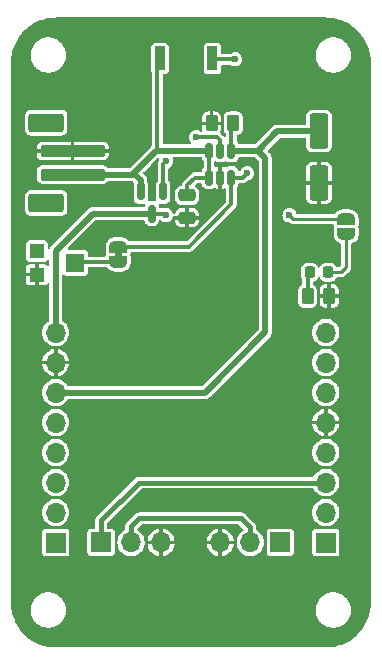
<source format=gbr>
%TF.GenerationSoftware,KiCad,Pcbnew,7.0.9*%
%TF.CreationDate,2024-03-22T10:41:04-06:00*%
%TF.ProjectId,cnft-tpl-esp32cam,636e6674-2d74-4706-9c2d-657370333263,rev?*%
%TF.SameCoordinates,Original*%
%TF.FileFunction,Copper,L1,Top*%
%TF.FilePolarity,Positive*%
%FSLAX46Y46*%
G04 Gerber Fmt 4.6, Leading zero omitted, Abs format (unit mm)*
G04 Created by KiCad (PCBNEW 7.0.9) date 2024-03-22 10:41:04*
%MOMM*%
%LPD*%
G01*
G04 APERTURE LIST*
G04 Aperture macros list*
%AMRoundRect*
0 Rectangle with rounded corners*
0 $1 Rounding radius*
0 $2 $3 $4 $5 $6 $7 $8 $9 X,Y pos of 4 corners*
0 Add a 4 corners polygon primitive as box body*
4,1,4,$2,$3,$4,$5,$6,$7,$8,$9,$2,$3,0*
0 Add four circle primitives for the rounded corners*
1,1,$1+$1,$2,$3*
1,1,$1+$1,$4,$5*
1,1,$1+$1,$6,$7*
1,1,$1+$1,$8,$9*
0 Add four rect primitives between the rounded corners*
20,1,$1+$1,$2,$3,$4,$5,0*
20,1,$1+$1,$4,$5,$6,$7,0*
20,1,$1+$1,$6,$7,$8,$9,0*
20,1,$1+$1,$8,$9,$2,$3,0*%
%AMFreePoly0*
4,1,19,0.500000,-0.750000,0.000000,-0.750000,0.000000,-0.744911,-0.071157,-0.744911,-0.207708,-0.704816,-0.327430,-0.627875,-0.420627,-0.520320,-0.479746,-0.390866,-0.500000,-0.250000,-0.500000,0.250000,-0.479746,0.390866,-0.420627,0.520320,-0.327430,0.627875,-0.207708,0.704816,-0.071157,0.744911,0.000000,0.744911,0.000000,0.750000,0.500000,0.750000,0.500000,-0.750000,0.500000,-0.750000,
$1*%
%AMFreePoly1*
4,1,19,0.000000,0.744911,0.071157,0.744911,0.207708,0.704816,0.327430,0.627875,0.420627,0.520320,0.479746,0.390866,0.500000,0.250000,0.500000,-0.250000,0.479746,-0.390866,0.420627,-0.520320,0.327430,-0.627875,0.207708,-0.704816,0.071157,-0.744911,0.000000,-0.744911,0.000000,-0.750000,-0.500000,-0.750000,-0.500000,0.750000,0.000000,0.750000,0.000000,0.744911,0.000000,0.744911,
$1*%
G04 Aperture macros list end*
%TA.AperFunction,SMDPad,CuDef*%
%ADD10RoundRect,0.150000X-0.150000X0.587500X-0.150000X-0.587500X0.150000X-0.587500X0.150000X0.587500X0*%
%TD*%
%TA.AperFunction,SMDPad,CuDef*%
%ADD11R,0.900000X2.000000*%
%TD*%
%TA.AperFunction,ComponentPad*%
%ADD12R,1.700000X1.700000*%
%TD*%
%TA.AperFunction,ComponentPad*%
%ADD13O,1.700000X1.700000*%
%TD*%
%TA.AperFunction,SMDPad,CuDef*%
%ADD14RoundRect,0.250000X-0.475000X0.250000X-0.475000X-0.250000X0.475000X-0.250000X0.475000X0.250000X0*%
%TD*%
%TA.AperFunction,SMDPad,CuDef*%
%ADD15RoundRect,0.150000X0.150000X-0.512500X0.150000X0.512500X-0.150000X0.512500X-0.150000X-0.512500X0*%
%TD*%
%TA.AperFunction,SMDPad,CuDef*%
%ADD16RoundRect,0.250000X2.500000X-0.250000X2.500000X0.250000X-2.500000X0.250000X-2.500000X-0.250000X0*%
%TD*%
%TA.AperFunction,SMDPad,CuDef*%
%ADD17RoundRect,0.250000X1.250000X-0.550000X1.250000X0.550000X-1.250000X0.550000X-1.250000X-0.550000X0*%
%TD*%
%TA.AperFunction,SMDPad,CuDef*%
%ADD18R,1.200000X1.200000*%
%TD*%
%TA.AperFunction,SMDPad,CuDef*%
%ADD19R,1.500000X1.600000*%
%TD*%
%TA.AperFunction,SMDPad,CuDef*%
%ADD20RoundRect,0.250000X-0.262500X-0.450000X0.262500X-0.450000X0.262500X0.450000X-0.262500X0.450000X0*%
%TD*%
%TA.AperFunction,SMDPad,CuDef*%
%ADD21FreePoly0,90.000000*%
%TD*%
%TA.AperFunction,SMDPad,CuDef*%
%ADD22FreePoly1,90.000000*%
%TD*%
%TA.AperFunction,SMDPad,CuDef*%
%ADD23RoundRect,0.250000X0.262500X0.450000X-0.262500X0.450000X-0.262500X-0.450000X0.262500X-0.450000X0*%
%TD*%
%TA.AperFunction,SMDPad,CuDef*%
%ADD24RoundRect,0.250000X-0.550000X1.250000X-0.550000X-1.250000X0.550000X-1.250000X0.550000X1.250000X0*%
%TD*%
%TA.AperFunction,SMDPad,CuDef*%
%ADD25RoundRect,0.218750X-0.218750X-0.256250X0.218750X-0.256250X0.218750X0.256250X-0.218750X0.256250X0*%
%TD*%
%TA.AperFunction,ViaPad*%
%ADD26C,0.600000*%
%TD*%
%TA.AperFunction,Conductor*%
%ADD27C,0.300000*%
%TD*%
%TA.AperFunction,Conductor*%
%ADD28C,0.500000*%
%TD*%
%TA.AperFunction,Conductor*%
%ADD29C,0.250000*%
%TD*%
%TA.AperFunction,Conductor*%
%ADD30C,0.400000*%
%TD*%
G04 APERTURE END LIST*
%TA.AperFunction,EtchedComponent*%
%TO.C,JP2*%
G36*
X9698000Y33024000D02*
G01*
X9098000Y33024000D01*
X9098000Y33524000D01*
X9698000Y33524000D01*
X9698000Y33024000D01*
G37*
%TD.AperFunction*%
%TD*%
D10*
%TO.P,U2,1,G*%
%TO.N,Net-(U1-DRV)*%
X13208000Y38608000D03*
%TO.P,U2,2,S*%
%TO.N,VDD*%
X11308000Y38608000D03*
%TO.P,U2,3,D*%
%TO.N,PWOUT*%
X12258000Y36733000D03*
%TD*%
D11*
%TO.P,SW1,1,1*%
%TO.N,Net-(JP2-B)*%
X17378600Y49860200D03*
%TO.P,SW1,2,2*%
%TO.N,VDD*%
X12928600Y49860200D03*
%TD*%
D12*
%TO.P,J2,1,Pin_1*%
%TO.N,unconnected-(J2-Pin_1-Pad1)*%
X4114800Y8880000D03*
D13*
%TO.P,J2,2,Pin_2*%
%TO.N,unconnected-(J2-Pin_2-Pad2)*%
X4114800Y11420000D03*
%TO.P,J2,3,Pin_3*%
%TO.N,unconnected-(J2-Pin_3-Pad3)*%
X4114800Y13960000D03*
%TO.P,J2,4,Pin_4*%
%TO.N,unconnected-(J2-Pin_4-Pad4)*%
X4114800Y16500000D03*
%TO.P,J2,5,Pin_5*%
%TO.N,unconnected-(J2-Pin_5-Pad5)*%
X4114800Y19040000D03*
%TO.P,J2,6,Pin_6*%
%TO.N,DONE*%
X4114800Y21580000D03*
%TO.P,J2,7,Pin_7*%
%TO.N,GND*%
X4114800Y24120000D03*
%TO.P,J2,8,Pin_8*%
%TO.N,PWOUT*%
X4114800Y26660000D03*
%TD*%
D14*
%TO.P,C1,1*%
%TO.N,VDD*%
X15240000Y38275000D03*
%TO.P,C1,2*%
%TO.N,GND*%
X15240000Y36375000D03*
%TD*%
D15*
%TO.P,U1,1,VDD*%
%TO.N,VDD*%
X17084000Y39776400D03*
%TO.P,U1,2,GND*%
%TO.N,GND*%
X18034000Y39776400D03*
%TO.P,U1,3,DELAY/M_DRV*%
%TO.N,Net-(JP2-B)*%
X18984000Y39776400D03*
%TO.P,U1,4,DONE*%
%TO.N,DONE*%
X18984000Y42051400D03*
%TO.P,U1,5,DRV*%
%TO.N,Net-(U1-DRV)*%
X18034000Y42051400D03*
%TO.P,U1,6,EN/ONE_SHOT*%
%TO.N,VDD*%
X17084000Y42051400D03*
%TD*%
D16*
%TO.P,J3,1,Pin_1*%
%TO.N,VDD*%
X5547400Y40031500D03*
%TO.P,J3,2,Pin_2*%
%TO.N,GND*%
X5547400Y42031500D03*
D17*
%TO.P,J3,MP*%
%TO.N,N/C*%
X3297400Y37631500D03*
X3297400Y44431500D03*
%TD*%
D18*
%TO.P,RV1,1,1*%
%TO.N,unconnected-(RV1-Pad1)*%
X2515800Y33562800D03*
D19*
%TO.P,RV1,2,2*%
%TO.N,Net-(JP2-A)*%
X5765800Y32562800D03*
D18*
%TO.P,RV1,3,3*%
%TO.N,GND*%
X2515800Y31562800D03*
%TD*%
D20*
%TO.P,R2,1*%
%TO.N,Net-(D1-K)*%
X25440500Y29743400D03*
%TO.P,R2,2*%
%TO.N,GND*%
X27265500Y29743400D03*
%TD*%
D21*
%TO.P,JP2,1,A*%
%TO.N,Net-(JP2-A)*%
X9398000Y32624000D03*
D22*
%TO.P,JP2,2,B*%
%TO.N,Net-(JP2-B)*%
X9398000Y33924000D03*
%TD*%
D12*
%TO.P,J5,1,Pin_1*%
%TO.N,GPIO3*%
X7950000Y8890000D03*
D13*
%TO.P,J5,2,Pin_2*%
%TO.N,PWOUT*%
X10490000Y8890000D03*
%TO.P,J5,3,Pin_3*%
%TO.N,GND*%
X13030000Y8890000D03*
%TD*%
D23*
%TO.P,R1,1*%
%TO.N,DONE*%
X19137500Y44373800D03*
%TO.P,R1,2*%
%TO.N,GND*%
X17312500Y44373800D03*
%TD*%
D21*
%TO.P,JP1,1,A*%
%TO.N,Net-(D1-A)*%
X28702000Y34986200D03*
D22*
%TO.P,JP1,2,B*%
%TO.N,PWOUT*%
X28702000Y36286200D03*
%TD*%
D24*
%TO.P,C2,1*%
%TO.N,DONE*%
X26390600Y43719200D03*
%TO.P,C2,2*%
%TO.N,GND*%
X26390600Y39319200D03*
%TD*%
D25*
%TO.P,D1,1,K*%
%TO.N,Net-(D1-K)*%
X25603000Y31750000D03*
%TO.P,D1,2,A*%
%TO.N,Net-(D1-A)*%
X27178000Y31750000D03*
%TD*%
D12*
%TO.P,J1,1,Pin_1*%
%TO.N,unconnected-(J1-Pin_1-Pad1)*%
X26980000Y8880000D03*
D13*
%TO.P,J1,2,Pin_2*%
%TO.N,GPIO1*%
X26980000Y11420000D03*
%TO.P,J1,3,Pin_3*%
%TO.N,GPIO3*%
X26980000Y13960000D03*
%TO.P,J1,4,Pin_4*%
%TO.N,unconnected-(J1-Pin_4-Pad4)*%
X26980000Y16500000D03*
%TO.P,J1,5,Pin_5*%
%TO.N,GND*%
X26980000Y19040000D03*
%TO.P,J1,6,Pin_6*%
%TO.N,unconnected-(J1-Pin_6-Pad6)*%
X26980000Y21580000D03*
%TO.P,J1,7,Pin_7*%
%TO.N,unconnected-(J1-Pin_7-Pad7)*%
X26980000Y24120000D03*
%TO.P,J1,8,Pin_8*%
%TO.N,unconnected-(J1-Pin_8-Pad8)*%
X26980000Y26660000D03*
%TD*%
D12*
%TO.P,J4,1,Pin_1*%
%TO.N,GPIO1*%
X23114000Y8890000D03*
D13*
%TO.P,J4,2,Pin_2*%
%TO.N,PWOUT*%
X20574000Y8890000D03*
%TO.P,J4,3,Pin_3*%
%TO.N,GND*%
X18034000Y8890000D03*
%TD*%
D26*
%TO.N,GND*%
X17018000Y37846000D03*
X12192000Y40132000D03*
X13462000Y35306000D03*
X7620000Y34798000D03*
%TO.N,PWOUT*%
X13462000Y36576000D03*
X23901400Y36576000D03*
%TO.N,Net-(JP2-B)*%
X19304000Y49784000D03*
X20320000Y40132000D03*
%TO.N,Net-(U1-DRV)*%
X13462000Y41148000D03*
X16002000Y43180000D03*
%TD*%
D27*
%TO.N,VDD*%
X12725400Y49657000D02*
X12928600Y49860200D01*
X12725400Y42102200D02*
X12725400Y49657000D01*
X12776200Y42051400D02*
X12725400Y42102200D01*
D28*
X10567500Y40031500D02*
X10172100Y40031500D01*
X17084000Y42051400D02*
X12776200Y42051400D01*
X12587400Y42051400D02*
X10567500Y40031500D01*
X12776200Y42051400D02*
X12587400Y42051400D01*
X11308000Y39568200D02*
X10844700Y40031500D01*
X10844700Y40031500D02*
X10172100Y40031500D01*
X11308000Y38608000D02*
X11308000Y39568200D01*
X5547400Y40031500D02*
X10172100Y40031500D01*
D27*
X15900400Y39776400D02*
X15240000Y39116000D01*
D28*
%TO.N,GND*%
X5567300Y42051400D02*
X5547400Y42031500D01*
D27*
%TO.N,VDD*%
X17084000Y39776400D02*
X15900400Y39776400D01*
X17084000Y39776400D02*
X17084000Y42051400D01*
X16992000Y39684400D02*
X17084000Y39776400D01*
X15240000Y39116000D02*
X15240000Y38100000D01*
D28*
%TO.N,DONE*%
X21223400Y42051400D02*
X20178600Y42051400D01*
X16754000Y21580000D02*
X4114800Y21580000D01*
X21844000Y41430800D02*
X21223400Y42051400D01*
X26384800Y43713400D02*
X22885400Y43713400D01*
X20178600Y42051400D02*
X18984000Y42051400D01*
X22885400Y43713400D02*
X21223400Y42051400D01*
X21844000Y26670000D02*
X16754000Y21580000D01*
D27*
X18984000Y44130000D02*
X19050000Y44196000D01*
D28*
X21844000Y26670000D02*
X21844000Y41430800D01*
D27*
X18984000Y42051400D02*
X18984000Y44130000D01*
%TO.N,Net-(D1-K)*%
X25440500Y30059500D02*
X25440500Y31587500D01*
X25440500Y31587500D02*
X25603000Y31750000D01*
X25528000Y29972000D02*
X25440500Y30059500D01*
D29*
%TO.N,Net-(D1-A)*%
X28270200Y31750000D02*
X28702000Y32181800D01*
X28702000Y32181800D02*
X28702000Y34986200D01*
X27178000Y31750000D02*
X28270200Y31750000D01*
D30*
%TO.N,GPIO3*%
X7950000Y10744000D02*
X11166000Y13960000D01*
X11166000Y13960000D02*
X26980000Y13960000D01*
X7950000Y8890000D02*
X7950000Y10744000D01*
%TO.N,PWOUT*%
X20574000Y10160000D02*
X20574000Y8890000D01*
X11176000Y10922000D02*
X19812000Y10922000D01*
X19812000Y10922000D02*
X20574000Y10160000D01*
D27*
X12258000Y36733000D02*
X13305000Y36733000D01*
D29*
X24191200Y36286200D02*
X23901400Y36576000D01*
X28702000Y36286200D02*
X24191200Y36286200D01*
D28*
X12258000Y36733000D02*
X7269000Y36733000D01*
D30*
X10490000Y8890000D02*
X10490000Y10236000D01*
X10490000Y10236000D02*
X11176000Y10922000D01*
D28*
X7269000Y36733000D02*
X4114800Y33578800D01*
X4114800Y33578800D02*
X4114800Y26660000D01*
D27*
X13305000Y36733000D02*
X13462000Y36576000D01*
%TO.N,Net-(JP2-A)*%
X9398000Y32624000D02*
X6156000Y32624000D01*
%TO.N,Net-(JP2-B)*%
X9398000Y33924000D02*
X15382000Y33924000D01*
X20320000Y40132000D02*
X19964400Y39776400D01*
X17454800Y49784000D02*
X17378600Y49860200D01*
X19304000Y49784000D02*
X17454800Y49784000D01*
X15382000Y33924000D02*
X18984000Y37526000D01*
X19964400Y39776400D02*
X18984000Y39776400D01*
X18984000Y37526000D02*
X18984000Y39776400D01*
%TO.N,Net-(U1-DRV)*%
X17800950Y43180000D02*
X16002000Y43180000D01*
X13208000Y40894000D02*
X13208000Y38608000D01*
X18034000Y42051400D02*
X18034000Y42946950D01*
X13462000Y41148000D02*
X13208000Y40894000D01*
X18034000Y42946950D02*
X17800950Y43180000D01*
%TD*%
%TA.AperFunction,Conductor*%
%TO.N,GND*%
G36*
X12824960Y41413693D02*
G01*
X12868225Y41370428D01*
X12877601Y41311222D01*
X12877803Y41311195D01*
X12877713Y41310517D01*
X12877796Y41309996D01*
X12877398Y41308124D01*
X12864272Y41208427D01*
X12847922Y41165589D01*
X12845317Y41161767D01*
X12840594Y41154838D01*
X12840522Y41154733D01*
X12805205Y41106880D01*
X12801742Y41100326D01*
X12801353Y41100532D01*
X12800350Y41098545D01*
X12800746Y41098354D01*
X12797528Y41091673D01*
X12779992Y41034823D01*
X12760355Y40978703D01*
X12758976Y40971413D01*
X12758544Y40971495D01*
X12758171Y40969300D01*
X12758605Y40969234D01*
X12757500Y40961901D01*
X12757500Y40902428D01*
X12755276Y40842990D01*
X12756107Y40835615D01*
X12755668Y40835566D01*
X12757500Y40821656D01*
X12757500Y39579562D01*
X12738593Y39521371D01*
X12738155Y39520774D01*
X12655207Y39408384D01*
X12610355Y39280204D01*
X12610353Y39280195D01*
X12607500Y39249775D01*
X12607500Y37966226D01*
X12610353Y37935806D01*
X12610355Y37935797D01*
X12625722Y37891881D01*
X12627095Y37830711D01*
X12592251Y37780416D01*
X12534500Y37760208D01*
X12499583Y37765738D01*
X12492704Y37768145D01*
X12492694Y37768147D01*
X12462274Y37771000D01*
X12462266Y37771000D01*
X12053734Y37771000D01*
X12053725Y37771000D01*
X12023305Y37768147D01*
X12023296Y37768145D01*
X12016414Y37765737D01*
X11955244Y37764367D01*
X11904951Y37799214D01*
X11884746Y37856967D01*
X11890276Y37891877D01*
X11905646Y37935801D01*
X11908499Y37966227D01*
X11908500Y37966227D01*
X11908500Y39249773D01*
X11908499Y39249775D01*
X11905646Y39280195D01*
X11905646Y39280197D01*
X11905646Y39280199D01*
X11884353Y39341052D01*
X11864056Y39399058D01*
X11858500Y39431756D01*
X11858500Y39558803D01*
X11859209Y39579562D01*
X11860762Y39625026D01*
X11850127Y39668663D01*
X11849185Y39673622D01*
X11843070Y39718120D01*
X11835066Y39736546D01*
X11829687Y39752540D01*
X11824933Y39772052D01*
X11802923Y39811196D01*
X11800676Y39815720D01*
X11792752Y39833962D01*
X11782783Y39856915D01*
X11782777Y39856924D01*
X11770109Y39872494D01*
X11760606Y39886456D01*
X11750766Y39903957D01*
X11750765Y39903959D01*
X11719011Y39935713D01*
X11715614Y39939478D01*
X11687278Y39974308D01*
X11687276Y39974309D01*
X11687275Y39974311D01*
X11670869Y39985892D01*
X11657957Y39996767D01*
X11554628Y40100096D01*
X11526851Y40154613D01*
X11536422Y40215045D01*
X11554628Y40240104D01*
X12149214Y40834690D01*
X12710012Y41395488D01*
X12764528Y41423264D01*
X12824960Y41413693D01*
G37*
%TD.AperFunction*%
%TA.AperFunction,Conductor*%
G36*
X26984531Y53332263D02*
G01*
X27072118Y53327961D01*
X27135777Y53324833D01*
X27361935Y53312979D01*
X27366594Y53312513D01*
X27546744Y53285789D01*
X27743986Y53254547D01*
X27748262Y53253674D01*
X27850413Y53228087D01*
X27930163Y53208110D01*
X28117518Y53157907D01*
X28118097Y53157752D01*
X28121951Y53156549D01*
X28264501Y53105544D01*
X28300736Y53092578D01*
X28480485Y53023579D01*
X28483885Y53022125D01*
X28590663Y52971622D01*
X28656717Y52940380D01*
X28827384Y52853421D01*
X28830354Y52851777D01*
X28995029Y52753074D01*
X29155264Y52649016D01*
X29157792Y52647260D01*
X29312415Y52532585D01*
X29460833Y52412399D01*
X29462853Y52410667D01*
X29604837Y52281981D01*
X29606580Y52280321D01*
X29740819Y52146082D01*
X29742481Y52144336D01*
X29871161Y52002360D01*
X29872903Y52000327D01*
X29992396Y51852766D01*
X29993081Y51851920D01*
X30107758Y51697294D01*
X30109514Y51694766D01*
X30213573Y51534530D01*
X30312275Y51369856D01*
X30313922Y51366880D01*
X30400878Y51196221D01*
X30482617Y51023400D01*
X30484082Y51019974D01*
X30553077Y50840237D01*
X30617043Y50661466D01*
X30618250Y50657600D01*
X30668612Y50469650D01*
X30714172Y50287764D01*
X30715047Y50283478D01*
X30746297Y50086185D01*
X30773009Y49906107D01*
X30773477Y49901432D01*
X30785335Y49675212D01*
X30792763Y49524031D01*
X30792823Y49521601D01*
X30792823Y3804044D01*
X30792763Y3801615D01*
X30785589Y3655566D01*
X30773415Y3423759D01*
X30772947Y3419090D01*
X30746984Y3244049D01*
X30714931Y3041663D01*
X30714057Y3037377D01*
X30669299Y2858691D01*
X30618072Y2667508D01*
X30616864Y2663643D01*
X30553759Y2487268D01*
X30483831Y2305100D01*
X30482366Y2301675D01*
X30401559Y2130818D01*
X30313585Y1958161D01*
X30311938Y1955186D01*
X30214245Y1792191D01*
X30109089Y1630262D01*
X30107333Y1627734D01*
X29993744Y1474574D01*
X29872383Y1324704D01*
X29870591Y1322613D01*
X29743127Y1181977D01*
X29741451Y1180217D01*
X29605923Y1044687D01*
X29604163Y1043011D01*
X29463525Y915544D01*
X29461435Y913753D01*
X29311550Y792374D01*
X29158422Y678806D01*
X29155894Y677050D01*
X28993927Y571866D01*
X28830948Y474181D01*
X28827973Y472533D01*
X28655307Y384553D01*
X28484468Y303752D01*
X28481042Y302286D01*
X28298831Y232340D01*
X28122512Y169252D01*
X28118646Y168045D01*
X27927412Y116802D01*
X27748771Y72054D01*
X27744485Y71179D01*
X27542051Y39116D01*
X27367089Y13162D01*
X27362414Y12694D01*
X27121528Y68D01*
X27118936Y0D01*
X3988619Y0D01*
X3986189Y60D01*
X3970855Y813D01*
X3744729Y12663D01*
X3740055Y13131D01*
X3559893Y39853D01*
X3362670Y71090D01*
X3358384Y71964D01*
X3176461Y117533D01*
X3029232Y156982D01*
X2988543Y167884D01*
X2984682Y169090D01*
X2805879Y233066D01*
X2626157Y302055D01*
X2622731Y303520D01*
X2449918Y385254D01*
X2279243Y472218D01*
X2276266Y473865D01*
X2111615Y572553D01*
X1951349Y676630D01*
X1948828Y678381D01*
X1867763Y738503D01*
X1794212Y793053D01*
X1645832Y913209D01*
X1643741Y915001D01*
X1501800Y1043649D01*
X1500040Y1045324D01*
X1365822Y1179542D01*
X1364147Y1181302D01*
X1324920Y1224582D01*
X1235491Y1323252D01*
X1233707Y1325334D01*
X1113552Y1473713D01*
X1071682Y1530168D01*
X998870Y1628342D01*
X997139Y1630835D01*
X893052Y1791116D01*
X823386Y1907347D01*
X794352Y1955787D01*
X792715Y1958745D01*
X788449Y1967117D01*
X705750Y2129425D01*
X624008Y2302255D01*
X622553Y2305659D01*
X553565Y2485380D01*
X489582Y2664203D01*
X488391Y2668013D01*
X438039Y2855934D01*
X392456Y3037913D01*
X391592Y3042152D01*
X371688Y3167824D01*
X1982680Y3167824D01*
X1990716Y3070845D01*
X1990885Y3066755D01*
X1990885Y3043744D01*
X1994671Y3021046D01*
X1995177Y3016988D01*
X2003214Y2920002D01*
X2027103Y2825664D01*
X2027943Y2821660D01*
X2031730Y2798967D01*
X2039206Y2777184D01*
X2040373Y2773265D01*
X2064259Y2678944D01*
X2064260Y2678942D01*
X2103346Y2589832D01*
X2104833Y2586020D01*
X2112303Y2564259D01*
X2112309Y2564247D01*
X2123273Y2543984D01*
X2125069Y2540310D01*
X2164144Y2451227D01*
X2164151Y2451214D01*
X2217369Y2369757D01*
X2219463Y2366242D01*
X2230421Y2345995D01*
X2230423Y2345992D01*
X2244564Y2327822D01*
X2246942Y2324492D01*
X2300157Y2243040D01*
X2366067Y2171442D01*
X2368712Y2168318D01*
X2382838Y2150168D01*
X2382847Y2150159D01*
X2399777Y2134574D01*
X2402661Y2131691D01*
X2468579Y2060085D01*
X2545373Y2000314D01*
X2548488Y1997676D01*
X2553112Y1993419D01*
X2565422Y1982085D01*
X2584693Y1969495D01*
X2588024Y1967117D01*
X2664810Y1907352D01*
X2664817Y1907347D01*
X2688847Y1894343D01*
X2750408Y1861028D01*
X2753903Y1858945D01*
X2773178Y1846352D01*
X2787746Y1839962D01*
X2794258Y1837105D01*
X2797925Y1835313D01*
X2883513Y1788995D01*
X2975549Y1757399D01*
X2979358Y1755913D01*
X3000439Y1746666D01*
X3022754Y1741016D01*
X3026673Y1739848D01*
X3118709Y1708252D01*
X3214701Y1692234D01*
X3218679Y1691401D01*
X3241008Y1685746D01*
X3263964Y1683844D01*
X3267973Y1683345D01*
X3363988Y1667323D01*
X3363989Y1667323D01*
X3461280Y1667323D01*
X3465370Y1667154D01*
X3488323Y1665252D01*
X3511276Y1667154D01*
X3515366Y1667323D01*
X3612658Y1667323D01*
X3708672Y1683345D01*
X3712681Y1683844D01*
X3735638Y1685746D01*
X3757975Y1691403D01*
X3761921Y1692231D01*
X3857937Y1708252D01*
X3949996Y1739857D01*
X3953887Y1741014D01*
X3976207Y1746666D01*
X3997313Y1755925D01*
X4001059Y1757386D01*
X4093133Y1788995D01*
X4178749Y1835329D01*
X4182355Y1837092D01*
X4203468Y1846352D01*
X4222770Y1858963D01*
X4226211Y1861014D01*
X4311832Y1907349D01*
X4388658Y1967146D01*
X4391908Y1969467D01*
X4411221Y1982084D01*
X4428165Y1997683D01*
X4431257Y2000302D01*
X4508067Y2060085D01*
X4573984Y2131691D01*
X4576855Y2134562D01*
X4593800Y2150160D01*
X4607962Y2168356D01*
X4610556Y2171419D01*
X4676487Y2243038D01*
X4729713Y2324508D01*
X4732079Y2327822D01*
X4746225Y2345995D01*
X4757193Y2366263D01*
X4759263Y2369737D01*
X4812496Y2451216D01*
X4851586Y2540335D01*
X4853371Y2543984D01*
X4864337Y2564247D01*
X4871826Y2586064D01*
X4873276Y2589783D01*
X4912386Y2678942D01*
X4936278Y2773291D01*
X4937433Y2777171D01*
X4944915Y2798964D01*
X4948706Y2821688D01*
X4949534Y2825637D01*
X4973431Y2920002D01*
X4981468Y3017003D01*
X4981973Y3021044D01*
X4985761Y3043742D01*
X4986418Y3075598D01*
X4986574Y3078619D01*
X4993966Y3167823D01*
X4993966Y3167824D01*
X26112680Y3167824D01*
X26120716Y3070845D01*
X26120885Y3066755D01*
X26120885Y3043744D01*
X26124671Y3021046D01*
X26125177Y3016988D01*
X26133214Y2920002D01*
X26157103Y2825664D01*
X26157943Y2821660D01*
X26161730Y2798967D01*
X26169206Y2777184D01*
X26170373Y2773265D01*
X26194259Y2678944D01*
X26194260Y2678942D01*
X26233346Y2589832D01*
X26234833Y2586020D01*
X26242303Y2564259D01*
X26242309Y2564247D01*
X26253273Y2543984D01*
X26255069Y2540310D01*
X26294144Y2451227D01*
X26294151Y2451214D01*
X26347369Y2369757D01*
X26349463Y2366242D01*
X26360421Y2345995D01*
X26360423Y2345992D01*
X26374564Y2327822D01*
X26376942Y2324492D01*
X26430157Y2243040D01*
X26496067Y2171442D01*
X26498712Y2168318D01*
X26512838Y2150168D01*
X26512847Y2150159D01*
X26529777Y2134574D01*
X26532661Y2131691D01*
X26598579Y2060085D01*
X26675373Y2000314D01*
X26678488Y1997676D01*
X26683112Y1993419D01*
X26695422Y1982085D01*
X26714693Y1969495D01*
X26718024Y1967117D01*
X26794810Y1907352D01*
X26794817Y1907347D01*
X26818847Y1894343D01*
X26880408Y1861028D01*
X26883903Y1858945D01*
X26903178Y1846352D01*
X26917746Y1839962D01*
X26924258Y1837105D01*
X26927925Y1835313D01*
X27013513Y1788995D01*
X27105549Y1757399D01*
X27109358Y1755913D01*
X27130439Y1746666D01*
X27152754Y1741016D01*
X27156673Y1739848D01*
X27248709Y1708252D01*
X27344701Y1692234D01*
X27348679Y1691401D01*
X27371008Y1685746D01*
X27393964Y1683844D01*
X27397973Y1683345D01*
X27493988Y1667323D01*
X27493989Y1667323D01*
X27591280Y1667323D01*
X27595370Y1667154D01*
X27618323Y1665252D01*
X27641276Y1667154D01*
X27645366Y1667323D01*
X27742658Y1667323D01*
X27838672Y1683345D01*
X27842681Y1683844D01*
X27865638Y1685746D01*
X27887975Y1691403D01*
X27891921Y1692231D01*
X27987937Y1708252D01*
X28079996Y1739857D01*
X28083887Y1741014D01*
X28106207Y1746666D01*
X28127313Y1755925D01*
X28131059Y1757386D01*
X28223133Y1788995D01*
X28308749Y1835329D01*
X28312355Y1837092D01*
X28333468Y1846352D01*
X28352770Y1858963D01*
X28356211Y1861014D01*
X28441832Y1907349D01*
X28518658Y1967146D01*
X28521908Y1969467D01*
X28541221Y1982084D01*
X28558165Y1997683D01*
X28561257Y2000302D01*
X28638067Y2060085D01*
X28703984Y2131691D01*
X28706855Y2134562D01*
X28723800Y2150160D01*
X28737962Y2168356D01*
X28740556Y2171419D01*
X28806487Y2243038D01*
X28859713Y2324508D01*
X28862079Y2327822D01*
X28876225Y2345995D01*
X28887193Y2366263D01*
X28889263Y2369737D01*
X28942496Y2451216D01*
X28981586Y2540335D01*
X28983371Y2543984D01*
X28994337Y2564247D01*
X29001826Y2586064D01*
X29003276Y2589783D01*
X29042386Y2678942D01*
X29066278Y2773291D01*
X29067433Y2777171D01*
X29074915Y2798964D01*
X29078706Y2821688D01*
X29079534Y2825637D01*
X29103431Y2920002D01*
X29111468Y3017003D01*
X29111973Y3021044D01*
X29115761Y3043742D01*
X29116418Y3075598D01*
X29116574Y3078619D01*
X29123966Y3167823D01*
X29116574Y3257024D01*
X29116418Y3260065D01*
X29115761Y3291904D01*
X29111973Y3314605D01*
X29111467Y3318653D01*
X29103431Y3415644D01*
X29079539Y3509988D01*
X29078702Y3513987D01*
X29074915Y3536682D01*
X29067437Y3558465D01*
X29066274Y3562372D01*
X29052789Y3615624D01*
X29042386Y3656704D01*
X29003286Y3745843D01*
X29001820Y3749602D01*
X28994337Y3771399D01*
X28983375Y3791654D01*
X28981586Y3795313D01*
X28942496Y3884430D01*
X28889270Y3965899D01*
X28887197Y3969377D01*
X28876225Y3989651D01*
X28862076Y4007830D01*
X28859710Y4011144D01*
X28843419Y4036079D01*
X28806487Y4092609D01*
X28740578Y4164205D01*
X28737933Y4167328D01*
X28723803Y4185482D01*
X28723800Y4185486D01*
X28706866Y4201075D01*
X28706861Y4201080D01*
X28703967Y4203974D01*
X28638066Y4275562D01*
X28561272Y4335333D01*
X28558154Y4337974D01*
X28541221Y4353562D01*
X28521945Y4366156D01*
X28518635Y4368519D01*
X28441832Y4428297D01*
X28356248Y4474613D01*
X28352734Y4476707D01*
X28333468Y4489295D01*
X28316430Y4496768D01*
X28312386Y4498542D01*
X28308714Y4500337D01*
X28223137Y4546649D01*
X28223136Y4546650D01*
X28223133Y4546651D01*
X28185298Y4559640D01*
X28131091Y4578250D01*
X28127279Y4579737D01*
X28106207Y4588980D01*
X28083894Y4594632D01*
X28079974Y4595799D01*
X27987939Y4627394D01*
X27891951Y4643412D01*
X27887947Y4644252D01*
X27865641Y4649900D01*
X27842695Y4651802D01*
X27838637Y4652308D01*
X27742659Y4668323D01*
X27742658Y4668323D01*
X27645354Y4668323D01*
X27641265Y4668492D01*
X27618323Y4670393D01*
X27595380Y4668492D01*
X27591292Y4668323D01*
X27493987Y4668323D01*
X27398007Y4652307D01*
X27393946Y4651801D01*
X27371007Y4649901D01*
X27371006Y4649900D01*
X27348700Y4644252D01*
X27344696Y4643412D01*
X27248704Y4627394D01*
X27156675Y4595800D01*
X27152755Y4594633D01*
X27130444Y4588982D01*
X27130426Y4588976D01*
X27109356Y4579735D01*
X27105548Y4578249D01*
X27013513Y4546652D01*
X27013505Y4546648D01*
X26927928Y4500335D01*
X26924252Y4498539D01*
X26903183Y4489297D01*
X26903167Y4489288D01*
X26883911Y4476707D01*
X26880397Y4474613D01*
X26794817Y4428300D01*
X26794810Y4428295D01*
X26718023Y4368529D01*
X26714694Y4366152D01*
X26695431Y4353567D01*
X26695419Y4353558D01*
X26678490Y4337974D01*
X26675369Y4335332D01*
X26598583Y4275566D01*
X26598581Y4275564D01*
X26532669Y4203966D01*
X26529778Y4201075D01*
X26512847Y4185487D01*
X26512846Y4185486D01*
X26498702Y4167316D01*
X26496059Y4164196D01*
X26430159Y4092609D01*
X26376935Y4011146D01*
X26374559Y4007818D01*
X26360422Y3989653D01*
X26360415Y3989643D01*
X26349460Y3969399D01*
X26347366Y3965885D01*
X26294151Y3884433D01*
X26294146Y3884424D01*
X26255063Y3795324D01*
X26253266Y3791650D01*
X26242311Y3771406D01*
X26242308Y3771398D01*
X26234832Y3749623D01*
X26233346Y3745813D01*
X26194260Y3656705D01*
X26170372Y3562380D01*
X26169206Y3558461D01*
X26161731Y3536685D01*
X26161729Y3536676D01*
X26157942Y3513987D01*
X26157103Y3509984D01*
X26133215Y3415647D01*
X26125177Y3318657D01*
X26124671Y3314599D01*
X26121763Y3297168D01*
X26120887Y3291912D01*
X26120885Y3291902D01*
X26120885Y3268893D01*
X26120716Y3264803D01*
X26112680Y3167824D01*
X4993966Y3167824D01*
X4986574Y3257024D01*
X4986418Y3260065D01*
X4985761Y3291904D01*
X4981973Y3314605D01*
X4981467Y3318653D01*
X4973431Y3415644D01*
X4949539Y3509988D01*
X4948702Y3513987D01*
X4944915Y3536682D01*
X4937437Y3558465D01*
X4936274Y3562372D01*
X4922789Y3615624D01*
X4912386Y3656704D01*
X4873286Y3745843D01*
X4871820Y3749602D01*
X4864337Y3771399D01*
X4853375Y3791654D01*
X4851586Y3795313D01*
X4812496Y3884430D01*
X4759270Y3965899D01*
X4757197Y3969377D01*
X4746225Y3989651D01*
X4732076Y4007830D01*
X4729710Y4011144D01*
X4713419Y4036079D01*
X4676487Y4092609D01*
X4610578Y4164205D01*
X4607933Y4167328D01*
X4593803Y4185482D01*
X4593800Y4185486D01*
X4576866Y4201075D01*
X4576861Y4201080D01*
X4573967Y4203974D01*
X4508066Y4275562D01*
X4431272Y4335333D01*
X4428154Y4337974D01*
X4411221Y4353562D01*
X4391945Y4366156D01*
X4388635Y4368519D01*
X4311832Y4428297D01*
X4226248Y4474613D01*
X4222734Y4476707D01*
X4203468Y4489295D01*
X4186430Y4496768D01*
X4182386Y4498542D01*
X4178714Y4500337D01*
X4093137Y4546649D01*
X4093136Y4546650D01*
X4093133Y4546651D01*
X4055298Y4559640D01*
X4001091Y4578250D01*
X3997279Y4579737D01*
X3976207Y4588980D01*
X3953894Y4594632D01*
X3949974Y4595799D01*
X3857939Y4627394D01*
X3761951Y4643412D01*
X3757947Y4644252D01*
X3735641Y4649900D01*
X3712695Y4651802D01*
X3708637Y4652308D01*
X3612659Y4668323D01*
X3612658Y4668323D01*
X3515354Y4668323D01*
X3511265Y4668492D01*
X3488323Y4670393D01*
X3465380Y4668492D01*
X3461292Y4668323D01*
X3363987Y4668323D01*
X3268007Y4652307D01*
X3263946Y4651801D01*
X3241007Y4649901D01*
X3241006Y4649900D01*
X3218700Y4644252D01*
X3214696Y4643412D01*
X3118704Y4627394D01*
X3026675Y4595800D01*
X3022755Y4594633D01*
X3000444Y4588982D01*
X3000426Y4588976D01*
X2979356Y4579735D01*
X2975548Y4578249D01*
X2883513Y4546652D01*
X2883505Y4546648D01*
X2797928Y4500335D01*
X2794252Y4498539D01*
X2773183Y4489297D01*
X2773167Y4489288D01*
X2753911Y4476707D01*
X2750397Y4474613D01*
X2664817Y4428300D01*
X2664810Y4428295D01*
X2588023Y4368529D01*
X2584694Y4366152D01*
X2565431Y4353567D01*
X2565419Y4353558D01*
X2548490Y4337974D01*
X2545369Y4335332D01*
X2468583Y4275566D01*
X2468581Y4275564D01*
X2402669Y4203966D01*
X2399778Y4201075D01*
X2382847Y4185487D01*
X2382846Y4185486D01*
X2368702Y4167316D01*
X2366059Y4164196D01*
X2300159Y4092609D01*
X2246935Y4011146D01*
X2244559Y4007818D01*
X2230422Y3989653D01*
X2230415Y3989643D01*
X2219460Y3969399D01*
X2217366Y3965885D01*
X2164151Y3884433D01*
X2164146Y3884424D01*
X2125063Y3795324D01*
X2123266Y3791650D01*
X2112311Y3771406D01*
X2112308Y3771398D01*
X2104832Y3749623D01*
X2103346Y3745813D01*
X2064260Y3656705D01*
X2040372Y3562380D01*
X2039206Y3558461D01*
X2031731Y3536685D01*
X2031729Y3536676D01*
X2027942Y3513987D01*
X2027103Y3509984D01*
X2003215Y3415647D01*
X1995177Y3318657D01*
X1994671Y3314599D01*
X1991763Y3297168D01*
X1990887Y3291912D01*
X1990885Y3291902D01*
X1990885Y3268893D01*
X1990716Y3264803D01*
X1982680Y3167824D01*
X371688Y3167824D01*
X360358Y3239358D01*
X333628Y3419557D01*
X333162Y3424219D01*
X321318Y3650226D01*
X315367Y3771399D01*
X313883Y3801615D01*
X313823Y3804043D01*
X313823Y7985140D01*
X2964300Y7985140D01*
X2964301Y7985137D01*
X2967214Y7960010D01*
X2992556Y7902615D01*
X3012594Y7857235D01*
X3092035Y7777794D01*
X3194809Y7732415D01*
X3219935Y7729500D01*
X5009664Y7729501D01*
X5034791Y7732415D01*
X5137565Y7777794D01*
X5217006Y7857235D01*
X5262385Y7960009D01*
X5265300Y7985135D01*
X5265300Y7995140D01*
X6799500Y7995140D01*
X6799501Y7995137D01*
X6802414Y7970010D01*
X6803325Y7967947D01*
X6847794Y7867235D01*
X6927235Y7787794D01*
X7030009Y7742415D01*
X7055135Y7739500D01*
X8844864Y7739501D01*
X8869991Y7742415D01*
X8972765Y7787794D01*
X9052206Y7867235D01*
X9097585Y7970009D01*
X9100500Y7995135D01*
X9100499Y8890000D01*
X9334571Y8890000D01*
X9354244Y8677690D01*
X9412595Y8472611D01*
X9507634Y8281745D01*
X9636128Y8111593D01*
X9636135Y8111587D01*
X9793692Y7967953D01*
X9793699Y7967947D01*
X9897389Y7903745D01*
X9974981Y7855702D01*
X10173802Y7778679D01*
X10383390Y7739500D01*
X10596610Y7739500D01*
X10806198Y7778679D01*
X11005019Y7855702D01*
X11186302Y7967948D01*
X11343872Y8111593D01*
X11472366Y8281745D01*
X11567405Y8472611D01*
X11625756Y8677690D01*
X11631530Y8740000D01*
X11888973Y8740000D01*
X11894738Y8677784D01*
X11953064Y8472790D01*
X12048057Y8282017D01*
X12048062Y8282008D01*
X12176496Y8111936D01*
X12176506Y8111925D01*
X12333995Y7968353D01*
X12333994Y7968353D01*
X12515206Y7856153D01*
X12713941Y7779162D01*
X12879999Y7748120D01*
X12880000Y7748120D01*
X12880000Y8408830D01*
X12887685Y8405320D01*
X12994237Y8390000D01*
X13065763Y8390000D01*
X13172315Y8405320D01*
X13180000Y8408830D01*
X13180000Y7748120D01*
X13346058Y7779162D01*
X13544793Y7856153D01*
X13726004Y7968353D01*
X13883493Y8111925D01*
X13883503Y8111936D01*
X14011937Y8282008D01*
X14011942Y8282017D01*
X14106935Y8472790D01*
X14165261Y8677784D01*
X14171027Y8740000D01*
X16892973Y8740000D01*
X16898738Y8677784D01*
X16957064Y8472790D01*
X17052057Y8282017D01*
X17052062Y8282008D01*
X17180496Y8111936D01*
X17180506Y8111925D01*
X17337995Y7968353D01*
X17337994Y7968353D01*
X17519206Y7856153D01*
X17717941Y7779162D01*
X17883999Y7748120D01*
X17884000Y7748120D01*
X17884000Y8408830D01*
X17891685Y8405320D01*
X17998237Y8390000D01*
X18069763Y8390000D01*
X18176315Y8405320D01*
X18184000Y8408830D01*
X18184000Y7748120D01*
X18350058Y7779162D01*
X18548793Y7856153D01*
X18730004Y7968353D01*
X18887493Y8111925D01*
X18887503Y8111936D01*
X19015937Y8282008D01*
X19015942Y8282017D01*
X19110935Y8472790D01*
X19169261Y8677784D01*
X19175027Y8740000D01*
X18511065Y8740000D01*
X18534000Y8818111D01*
X18534000Y8961889D01*
X18511065Y9040000D01*
X19175026Y9040000D01*
X19169261Y9102217D01*
X19110935Y9307211D01*
X19015942Y9497984D01*
X19015937Y9497993D01*
X18887503Y9668065D01*
X18887493Y9668076D01*
X18730004Y9811648D01*
X18730005Y9811648D01*
X18548793Y9923848D01*
X18350061Y10000838D01*
X18350055Y10000840D01*
X18184000Y10031882D01*
X18184000Y9371171D01*
X18176315Y9374680D01*
X18069763Y9390000D01*
X17998237Y9390000D01*
X17891685Y9374680D01*
X17884000Y9371171D01*
X17884000Y10031881D01*
X17883999Y10031882D01*
X17717944Y10000840D01*
X17717938Y10000838D01*
X17519206Y9923848D01*
X17337995Y9811648D01*
X17180506Y9668076D01*
X17180496Y9668065D01*
X17052062Y9497993D01*
X17052057Y9497984D01*
X16957064Y9307211D01*
X16898738Y9102217D01*
X16892973Y9040000D01*
X17556935Y9040000D01*
X17534000Y8961889D01*
X17534000Y8818111D01*
X17556935Y8740000D01*
X16892973Y8740000D01*
X14171027Y8740000D01*
X13507065Y8740000D01*
X13530000Y8818111D01*
X13530000Y8961889D01*
X13507065Y9040000D01*
X14171026Y9040000D01*
X14165261Y9102217D01*
X14106935Y9307211D01*
X14011942Y9497984D01*
X14011937Y9497993D01*
X13883503Y9668065D01*
X13883493Y9668076D01*
X13726004Y9811648D01*
X13726005Y9811648D01*
X13544793Y9923848D01*
X13346061Y10000838D01*
X13346055Y10000840D01*
X13180000Y10031882D01*
X13180000Y9371171D01*
X13172315Y9374680D01*
X13065763Y9390000D01*
X12994237Y9390000D01*
X12887685Y9374680D01*
X12880000Y9371171D01*
X12880000Y10031881D01*
X12879999Y10031882D01*
X12713944Y10000840D01*
X12713938Y10000838D01*
X12515206Y9923848D01*
X12333995Y9811648D01*
X12176506Y9668076D01*
X12176496Y9668065D01*
X12048062Y9497993D01*
X12048057Y9497984D01*
X11953064Y9307211D01*
X11894738Y9102217D01*
X11888973Y9040000D01*
X12552935Y9040000D01*
X12530000Y8961889D01*
X12530000Y8818111D01*
X12552935Y8740000D01*
X11888973Y8740000D01*
X11631530Y8740000D01*
X11645429Y8890000D01*
X11625756Y9102310D01*
X11567405Y9307389D01*
X11472366Y9498255D01*
X11343872Y9668407D01*
X11289623Y9717861D01*
X11186307Y9812048D01*
X11186300Y9812054D01*
X11037847Y9903972D01*
X10998326Y9950680D01*
X10993807Y10011699D01*
X11019961Y10058147D01*
X11354319Y10392504D01*
X11408835Y10420281D01*
X11424322Y10421500D01*
X19563678Y10421500D01*
X19621869Y10402593D01*
X19633682Y10392504D01*
X19997101Y10029085D01*
X20024878Y9974568D01*
X20015307Y9914136D01*
X19979215Y9874910D01*
X19877695Y9812051D01*
X19877692Y9812048D01*
X19720135Y9668414D01*
X19720131Y9668411D01*
X19720128Y9668407D01*
X19720125Y9668403D01*
X19591635Y9498257D01*
X19591630Y9498248D01*
X19496596Y9307392D01*
X19438244Y9102312D01*
X19438244Y9102310D01*
X19418571Y8890000D01*
X19438244Y8677690D01*
X19496595Y8472611D01*
X19591634Y8281745D01*
X19720128Y8111593D01*
X19720135Y8111587D01*
X19877692Y7967953D01*
X19877699Y7967947D01*
X19981389Y7903745D01*
X20058981Y7855702D01*
X20257802Y7778679D01*
X20467390Y7739500D01*
X20680610Y7739500D01*
X20890198Y7778679D01*
X21089019Y7855702D01*
X21270302Y7967948D01*
X21300130Y7995140D01*
X21963500Y7995140D01*
X21963501Y7995137D01*
X21966414Y7970010D01*
X21967325Y7967947D01*
X22011794Y7867235D01*
X22091235Y7787794D01*
X22194009Y7742415D01*
X22219135Y7739500D01*
X24008864Y7739501D01*
X24033991Y7742415D01*
X24136765Y7787794D01*
X24216206Y7867235D01*
X24261585Y7970009D01*
X24263340Y7985140D01*
X25829500Y7985140D01*
X25829501Y7985137D01*
X25832414Y7960010D01*
X25857756Y7902615D01*
X25877794Y7857235D01*
X25957235Y7777794D01*
X26060009Y7732415D01*
X26085135Y7729500D01*
X27874864Y7729501D01*
X27899991Y7732415D01*
X28002765Y7777794D01*
X28082206Y7857235D01*
X28127585Y7960009D01*
X28130500Y7985135D01*
X28130499Y9774864D01*
X28127585Y9799991D01*
X28082206Y9902765D01*
X28002765Y9982206D01*
X27899991Y10027585D01*
X27899990Y10027586D01*
X27899988Y10027586D01*
X27874868Y10030500D01*
X26085139Y10030500D01*
X26085136Y10030499D01*
X26060009Y10027586D01*
X25957235Y9982206D01*
X25877794Y9902765D01*
X25832414Y9799989D01*
X25829500Y9774870D01*
X25829500Y7985140D01*
X24263340Y7985140D01*
X24264500Y7995135D01*
X24264499Y9784864D01*
X24261585Y9809991D01*
X24216206Y9912765D01*
X24136765Y9992206D01*
X24033991Y10037585D01*
X24033990Y10037586D01*
X24033988Y10037586D01*
X24008868Y10040500D01*
X22219139Y10040500D01*
X22219136Y10040499D01*
X22194009Y10037586D01*
X22091235Y9992206D01*
X22011794Y9912765D01*
X21966414Y9809989D01*
X21963500Y9784870D01*
X21963500Y7995140D01*
X21300130Y7995140D01*
X21427872Y8111593D01*
X21556366Y8281745D01*
X21651405Y8472611D01*
X21709756Y8677690D01*
X21729429Y8890000D01*
X21709756Y9102310D01*
X21651405Y9307389D01*
X21556366Y9498255D01*
X21427872Y9668407D01*
X21373623Y9717861D01*
X21270307Y9812048D01*
X21270300Y9812054D01*
X21121383Y9904260D01*
X21081862Y9950969D01*
X21074500Y9988431D01*
X21074500Y10095544D01*
X21076763Y10116592D01*
X21078359Y10123927D01*
X21074626Y10176120D01*
X21074500Y10179653D01*
X21074500Y10195799D01*
X21073906Y10199927D01*
X21072198Y10211804D01*
X21071825Y10215271D01*
X21068091Y10267483D01*
X21065468Y10274516D01*
X21060233Y10295025D01*
X21059165Y10302457D01*
X21037425Y10350059D01*
X21036077Y10353315D01*
X21033401Y10360489D01*
X21017796Y10402331D01*
X21013291Y10408349D01*
X21002495Y10426546D01*
X20999377Y10433373D01*
X20999375Y10433375D01*
X20999375Y10433376D01*
X20965124Y10472903D01*
X20962906Y10475655D01*
X20953222Y10488591D01*
X20953221Y10488593D01*
X20941796Y10500018D01*
X20939387Y10502606D01*
X20905129Y10542143D01*
X20905127Y10542144D01*
X20898810Y10546204D01*
X20882332Y10559482D01*
X20211480Y11230334D01*
X20198199Y11246817D01*
X20194144Y11253127D01*
X20194138Y11253132D01*
X20154598Y11287394D01*
X20152026Y11289789D01*
X20140595Y11301219D01*
X20140593Y11301221D01*
X20127636Y11310920D01*
X20124917Y11313112D01*
X20085373Y11347377D01*
X20078538Y11350499D01*
X20060348Y11361292D01*
X20059293Y11362082D01*
X20054331Y11365796D01*
X20054328Y11365797D01*
X20054327Y11365798D01*
X20005314Y11384079D01*
X20002049Y11385431D01*
X19954458Y11407165D01*
X19954454Y11407166D01*
X19947014Y11408236D01*
X19926520Y11413467D01*
X19919482Y11416092D01*
X19919483Y11416092D01*
X19867301Y11419824D01*
X19865665Y11420000D01*
X25824571Y11420000D01*
X25844244Y11207690D01*
X25902595Y11002611D01*
X25997634Y10811745D01*
X26126128Y10641593D01*
X26195229Y10578599D01*
X26283692Y10497953D01*
X26283699Y10497947D01*
X26324147Y10472903D01*
X26464981Y10385702D01*
X26663802Y10308679D01*
X26873390Y10269500D01*
X27086610Y10269500D01*
X27296198Y10308679D01*
X27495019Y10385702D01*
X27676302Y10497948D01*
X27833872Y10641593D01*
X27962366Y10811745D01*
X28057405Y11002611D01*
X28115756Y11207690D01*
X28135429Y11420000D01*
X28115756Y11632310D01*
X28057405Y11837389D01*
X27962366Y12028255D01*
X27833872Y12198407D01*
X27779623Y12247861D01*
X27676307Y12342048D01*
X27676300Y12342054D01*
X27495024Y12454295D01*
X27495019Y12454298D01*
X27296195Y12531322D01*
X27086610Y12570500D01*
X26873390Y12570500D01*
X26663804Y12531322D01*
X26464980Y12454298D01*
X26464975Y12454295D01*
X26283699Y12342054D01*
X26283692Y12342048D01*
X26126135Y12198414D01*
X26126131Y12198411D01*
X26126128Y12198407D01*
X26126125Y12198403D01*
X25997635Y12028257D01*
X25997630Y12028248D01*
X25902596Y11837392D01*
X25844244Y11632312D01*
X25844244Y11632310D01*
X25824571Y11420000D01*
X19865665Y11420000D01*
X19863788Y11420202D01*
X19847800Y11422500D01*
X19847799Y11422500D01*
X19831652Y11422500D01*
X19828119Y11422626D01*
X19798240Y11424763D01*
X19775927Y11426359D01*
X19775926Y11426359D01*
X19775925Y11426359D01*
X19768590Y11424763D01*
X19747544Y11422500D01*
X11240456Y11422500D01*
X11219410Y11424763D01*
X11212074Y11426359D01*
X11212073Y11426359D01*
X11191874Y11424915D01*
X11159881Y11422626D01*
X11156348Y11422500D01*
X11140200Y11422500D01*
X11124212Y11420202D01*
X11120700Y11419824D01*
X11068517Y11416092D01*
X11061471Y11413464D01*
X11040985Y11408236D01*
X11033547Y11407166D01*
X11033544Y11407166D01*
X11033543Y11407165D01*
X11033542Y11407165D01*
X11033540Y11407164D01*
X10985959Y11385435D01*
X10982695Y11384083D01*
X10933671Y11365798D01*
X10933669Y11365797D01*
X10927646Y11361288D01*
X10909463Y11350500D01*
X10902626Y11347378D01*
X10863097Y11313126D01*
X10860348Y11310911D01*
X10847407Y11301222D01*
X10835986Y11289801D01*
X10833401Y11287394D01*
X10793859Y11253132D01*
X10793856Y11253128D01*
X10789793Y11246806D01*
X10776519Y11230335D01*
X10181665Y10635481D01*
X10165194Y10622207D01*
X10158872Y10618144D01*
X10158868Y10618141D01*
X10124606Y10578599D01*
X10122199Y10576014D01*
X10110778Y10564593D01*
X10101089Y10551652D01*
X10098874Y10548903D01*
X10064622Y10509374D01*
X10061500Y10502537D01*
X10050712Y10484354D01*
X10046203Y10478331D01*
X10046202Y10478329D01*
X10027917Y10429305D01*
X10026565Y10426041D01*
X10004836Y10378460D01*
X10004834Y10378453D01*
X10003764Y10371015D01*
X9998536Y10350529D01*
X9995908Y10343483D01*
X9992176Y10291300D01*
X9991798Y10287788D01*
X9989500Y10271800D01*
X9989500Y10255653D01*
X9989374Y10252120D01*
X9985641Y10199927D01*
X9987237Y10192592D01*
X9989500Y10171544D01*
X9989500Y9988431D01*
X9970593Y9930240D01*
X9942617Y9904260D01*
X9793699Y9812054D01*
X9793692Y9812048D01*
X9636135Y9668414D01*
X9636131Y9668411D01*
X9636128Y9668407D01*
X9636125Y9668403D01*
X9507635Y9498257D01*
X9507630Y9498248D01*
X9412596Y9307392D01*
X9354244Y9102312D01*
X9354244Y9102310D01*
X9334571Y8890000D01*
X9100499Y8890000D01*
X9100499Y9784864D01*
X9097585Y9809991D01*
X9052206Y9912765D01*
X8972765Y9992206D01*
X8869991Y10037585D01*
X8869990Y10037586D01*
X8869988Y10037586D01*
X8844869Y10040500D01*
X8844865Y10040500D01*
X8549500Y10040500D01*
X8491309Y10059407D01*
X8455345Y10108907D01*
X8450500Y10139500D01*
X8450500Y10495678D01*
X8469407Y10553869D01*
X8479496Y10565682D01*
X11344318Y13430504D01*
X11398835Y13458281D01*
X11414322Y13459500D01*
X25882681Y13459500D01*
X25940872Y13440593D01*
X25971301Y13404630D01*
X25997634Y13351745D01*
X26126128Y13181593D01*
X26126135Y13181587D01*
X26283692Y13037953D01*
X26283699Y13037947D01*
X26387389Y12973745D01*
X26464981Y12925702D01*
X26663802Y12848679D01*
X26873390Y12809500D01*
X27086610Y12809500D01*
X27296198Y12848679D01*
X27495019Y12925702D01*
X27676302Y13037948D01*
X27833872Y13181593D01*
X27962366Y13351745D01*
X28057405Y13542611D01*
X28115756Y13747690D01*
X28135429Y13960000D01*
X28115756Y14172310D01*
X28057405Y14377389D01*
X27962366Y14568255D01*
X27833872Y14738407D01*
X27779623Y14787861D01*
X27676307Y14882048D01*
X27676300Y14882054D01*
X27495024Y14994295D01*
X27495019Y14994298D01*
X27296195Y15071322D01*
X27086610Y15110500D01*
X26873390Y15110500D01*
X26663804Y15071322D01*
X26464980Y14994298D01*
X26464975Y14994295D01*
X26283699Y14882054D01*
X26283692Y14882048D01*
X26126135Y14738414D01*
X26126131Y14738411D01*
X26126128Y14738407D01*
X26126125Y14738403D01*
X25997635Y14568257D01*
X25997634Y14568255D01*
X25971301Y14515372D01*
X25928440Y14471710D01*
X25882681Y14460500D01*
X11230456Y14460500D01*
X11209410Y14462763D01*
X11202074Y14464359D01*
X11202073Y14464359D01*
X11181874Y14462915D01*
X11149881Y14460626D01*
X11146348Y14460500D01*
X11130200Y14460500D01*
X11114212Y14458202D01*
X11110700Y14457824D01*
X11058517Y14454092D01*
X11051471Y14451464D01*
X11030985Y14446236D01*
X11023547Y14445166D01*
X11023544Y14445166D01*
X11023543Y14445165D01*
X11023542Y14445165D01*
X11023540Y14445164D01*
X10975959Y14423435D01*
X10972695Y14422083D01*
X10923671Y14403798D01*
X10923669Y14403797D01*
X10917646Y14399288D01*
X10899463Y14388500D01*
X10892626Y14385378D01*
X10853097Y14351126D01*
X10850348Y14348911D01*
X10837407Y14339222D01*
X10825986Y14327801D01*
X10823401Y14325394D01*
X10783859Y14291132D01*
X10783856Y14291128D01*
X10779793Y14284806D01*
X10766519Y14268335D01*
X7641665Y11143481D01*
X7625194Y11130207D01*
X7618872Y11126144D01*
X7618868Y11126141D01*
X7584606Y11086599D01*
X7582199Y11084014D01*
X7570778Y11072593D01*
X7561089Y11059652D01*
X7558874Y11056903D01*
X7524622Y11017374D01*
X7521500Y11010537D01*
X7510712Y10992354D01*
X7506203Y10986331D01*
X7506202Y10986329D01*
X7487917Y10937305D01*
X7486565Y10934041D01*
X7464836Y10886460D01*
X7464834Y10886453D01*
X7463764Y10879015D01*
X7458536Y10858529D01*
X7455908Y10851483D01*
X7452176Y10799300D01*
X7451798Y10795788D01*
X7449500Y10779800D01*
X7449500Y10763653D01*
X7449374Y10760120D01*
X7445641Y10707927D01*
X7447237Y10700592D01*
X7449500Y10679544D01*
X7449500Y10139500D01*
X7430593Y10081309D01*
X7381093Y10045345D01*
X7350500Y10040500D01*
X7055139Y10040500D01*
X7055136Y10040499D01*
X7030009Y10037586D01*
X6927235Y9992206D01*
X6847794Y9912765D01*
X6802414Y9809989D01*
X6799500Y9784870D01*
X6799500Y7995140D01*
X5265300Y7995140D01*
X5265299Y9774864D01*
X5262385Y9799991D01*
X5217006Y9902765D01*
X5137565Y9982206D01*
X5034791Y10027585D01*
X5034790Y10027586D01*
X5034788Y10027586D01*
X5009668Y10030500D01*
X3219939Y10030500D01*
X3219936Y10030499D01*
X3194809Y10027586D01*
X3092035Y9982206D01*
X3012594Y9902765D01*
X2967214Y9799989D01*
X2964300Y9774870D01*
X2964300Y7985140D01*
X313823Y7985140D01*
X313823Y11420000D01*
X2959371Y11420000D01*
X2979044Y11207690D01*
X3037395Y11002611D01*
X3132434Y10811745D01*
X3260928Y10641593D01*
X3330029Y10578599D01*
X3418492Y10497953D01*
X3418499Y10497947D01*
X3458947Y10472903D01*
X3599781Y10385702D01*
X3798602Y10308679D01*
X4008190Y10269500D01*
X4221410Y10269500D01*
X4430998Y10308679D01*
X4629819Y10385702D01*
X4811102Y10497948D01*
X4968672Y10641593D01*
X5097166Y10811745D01*
X5192205Y11002611D01*
X5250556Y11207690D01*
X5270229Y11420000D01*
X5250556Y11632310D01*
X5192205Y11837389D01*
X5097166Y12028255D01*
X4968672Y12198407D01*
X4914423Y12247861D01*
X4811107Y12342048D01*
X4811100Y12342054D01*
X4629824Y12454295D01*
X4629819Y12454298D01*
X4430995Y12531322D01*
X4221410Y12570500D01*
X4008190Y12570500D01*
X3798604Y12531322D01*
X3599780Y12454298D01*
X3599775Y12454295D01*
X3418499Y12342054D01*
X3418492Y12342048D01*
X3260935Y12198414D01*
X3260931Y12198411D01*
X3260928Y12198407D01*
X3260925Y12198403D01*
X3132435Y12028257D01*
X3132430Y12028248D01*
X3037396Y11837392D01*
X2979044Y11632312D01*
X2979044Y11632310D01*
X2959371Y11420000D01*
X313823Y11420000D01*
X313823Y13960000D01*
X2959371Y13960000D01*
X2979044Y13747690D01*
X3037395Y13542611D01*
X3132434Y13351745D01*
X3260928Y13181593D01*
X3260935Y13181587D01*
X3418492Y13037953D01*
X3418499Y13037947D01*
X3522189Y12973745D01*
X3599781Y12925702D01*
X3798602Y12848679D01*
X4008190Y12809500D01*
X4221410Y12809500D01*
X4430998Y12848679D01*
X4629819Y12925702D01*
X4811102Y13037948D01*
X4968672Y13181593D01*
X5097166Y13351745D01*
X5192205Y13542611D01*
X5250556Y13747690D01*
X5270229Y13960000D01*
X5250556Y14172310D01*
X5192205Y14377389D01*
X5097166Y14568255D01*
X4968672Y14738407D01*
X4914423Y14787861D01*
X4811107Y14882048D01*
X4811100Y14882054D01*
X4629824Y14994295D01*
X4629819Y14994298D01*
X4430995Y15071322D01*
X4221410Y15110500D01*
X4008190Y15110500D01*
X3798604Y15071322D01*
X3599780Y14994298D01*
X3599775Y14994295D01*
X3418499Y14882054D01*
X3418492Y14882048D01*
X3260935Y14738414D01*
X3260931Y14738411D01*
X3260928Y14738407D01*
X3260925Y14738403D01*
X3132435Y14568257D01*
X3132430Y14568248D01*
X3037396Y14377392D01*
X2979044Y14172312D01*
X2979044Y14172310D01*
X2959371Y13960000D01*
X313823Y13960000D01*
X313823Y16500000D01*
X2959371Y16500000D01*
X2979044Y16287690D01*
X3037395Y16082611D01*
X3132434Y15891745D01*
X3260928Y15721593D01*
X3260935Y15721587D01*
X3418492Y15577953D01*
X3418499Y15577947D01*
X3522189Y15513745D01*
X3599781Y15465702D01*
X3798602Y15388679D01*
X4008190Y15349500D01*
X4221410Y15349500D01*
X4430998Y15388679D01*
X4629819Y15465702D01*
X4811102Y15577948D01*
X4968672Y15721593D01*
X5097166Y15891745D01*
X5192205Y16082611D01*
X5250556Y16287690D01*
X5270229Y16500000D01*
X25824571Y16500000D01*
X25844244Y16287690D01*
X25902595Y16082611D01*
X25997634Y15891745D01*
X26126128Y15721593D01*
X26126135Y15721587D01*
X26283692Y15577953D01*
X26283699Y15577947D01*
X26387389Y15513745D01*
X26464981Y15465702D01*
X26663802Y15388679D01*
X26873390Y15349500D01*
X27086610Y15349500D01*
X27296198Y15388679D01*
X27495019Y15465702D01*
X27676302Y15577948D01*
X27833872Y15721593D01*
X27962366Y15891745D01*
X28057405Y16082611D01*
X28115756Y16287690D01*
X28135429Y16500000D01*
X28115756Y16712310D01*
X28057405Y16917389D01*
X27962366Y17108255D01*
X27833872Y17278407D01*
X27779623Y17327861D01*
X27676307Y17422048D01*
X27676300Y17422054D01*
X27495024Y17534295D01*
X27495019Y17534298D01*
X27296195Y17611322D01*
X27086610Y17650500D01*
X26873390Y17650500D01*
X26663804Y17611322D01*
X26464980Y17534298D01*
X26464975Y17534295D01*
X26283699Y17422054D01*
X26283692Y17422048D01*
X26126135Y17278414D01*
X26126131Y17278411D01*
X26126128Y17278407D01*
X26126125Y17278403D01*
X25997635Y17108257D01*
X25997630Y17108248D01*
X25902596Y16917392D01*
X25844244Y16712312D01*
X25844244Y16712310D01*
X25824571Y16500000D01*
X5270229Y16500000D01*
X5250556Y16712310D01*
X5192205Y16917389D01*
X5097166Y17108255D01*
X4968672Y17278407D01*
X4914423Y17327861D01*
X4811107Y17422048D01*
X4811100Y17422054D01*
X4629824Y17534295D01*
X4629819Y17534298D01*
X4430995Y17611322D01*
X4221410Y17650500D01*
X4008190Y17650500D01*
X3798604Y17611322D01*
X3599780Y17534298D01*
X3599775Y17534295D01*
X3418499Y17422054D01*
X3418492Y17422048D01*
X3260935Y17278414D01*
X3260931Y17278411D01*
X3260928Y17278407D01*
X3260925Y17278403D01*
X3132435Y17108257D01*
X3132430Y17108248D01*
X3037396Y16917392D01*
X2979044Y16712312D01*
X2979044Y16712310D01*
X2959371Y16500000D01*
X313823Y16500000D01*
X313823Y19040000D01*
X2959371Y19040000D01*
X2979044Y18827690D01*
X3037395Y18622611D01*
X3132434Y18431745D01*
X3260928Y18261593D01*
X3260935Y18261587D01*
X3418492Y18117953D01*
X3418499Y18117947D01*
X3522189Y18053745D01*
X3599781Y18005702D01*
X3798602Y17928679D01*
X4008190Y17889500D01*
X4221410Y17889500D01*
X4430998Y17928679D01*
X4629819Y18005702D01*
X4811102Y18117948D01*
X4968672Y18261593D01*
X5097166Y18431745D01*
X5192205Y18622611D01*
X5250556Y18827690D01*
X5256330Y18890000D01*
X25838973Y18890000D01*
X25844738Y18827784D01*
X25903064Y18622790D01*
X25998057Y18432017D01*
X25998062Y18432008D01*
X26126496Y18261936D01*
X26126506Y18261925D01*
X26283995Y18118353D01*
X26283994Y18118353D01*
X26465206Y18006153D01*
X26663941Y17929162D01*
X26829999Y17898120D01*
X26830000Y17898120D01*
X26830000Y18558830D01*
X26837685Y18555320D01*
X26944237Y18540000D01*
X27015763Y18540000D01*
X27122315Y18555320D01*
X27130000Y18558830D01*
X27130000Y17898120D01*
X27296058Y17929162D01*
X27494793Y18006153D01*
X27676004Y18118353D01*
X27833493Y18261925D01*
X27833503Y18261936D01*
X27961937Y18432008D01*
X27961942Y18432017D01*
X28056935Y18622790D01*
X28115261Y18827784D01*
X28121027Y18890000D01*
X27457065Y18890000D01*
X27480000Y18968111D01*
X27480000Y19111889D01*
X27457065Y19190000D01*
X28121026Y19190000D01*
X28115261Y19252217D01*
X28056935Y19457211D01*
X27961942Y19647984D01*
X27961937Y19647993D01*
X27833503Y19818065D01*
X27833493Y19818076D01*
X27676004Y19961648D01*
X27676005Y19961648D01*
X27494793Y20073848D01*
X27296061Y20150838D01*
X27296055Y20150840D01*
X27130000Y20181882D01*
X27130000Y19521171D01*
X27122315Y19524680D01*
X27015763Y19540000D01*
X26944237Y19540000D01*
X26837685Y19524680D01*
X26830000Y19521171D01*
X26830000Y20181881D01*
X26829999Y20181882D01*
X26663944Y20150840D01*
X26663938Y20150838D01*
X26465206Y20073848D01*
X26283995Y19961648D01*
X26126506Y19818076D01*
X26126496Y19818065D01*
X25998062Y19647993D01*
X25998057Y19647984D01*
X25903064Y19457211D01*
X25844738Y19252217D01*
X25838973Y19190000D01*
X26502935Y19190000D01*
X26480000Y19111889D01*
X26480000Y18968111D01*
X26502935Y18890000D01*
X25838973Y18890000D01*
X5256330Y18890000D01*
X5270229Y19040000D01*
X5250556Y19252310D01*
X5192205Y19457389D01*
X5097166Y19648255D01*
X4968672Y19818407D01*
X4914423Y19867861D01*
X4811107Y19962048D01*
X4811100Y19962054D01*
X4629824Y20074295D01*
X4629819Y20074298D01*
X4430998Y20151321D01*
X4430997Y20151322D01*
X4430995Y20151322D01*
X4221410Y20190500D01*
X4008190Y20190500D01*
X3798604Y20151322D01*
X3599780Y20074298D01*
X3599775Y20074295D01*
X3418499Y19962054D01*
X3418492Y19962048D01*
X3260935Y19818414D01*
X3260931Y19818411D01*
X3260928Y19818407D01*
X3260925Y19818403D01*
X3132435Y19648257D01*
X3132430Y19648248D01*
X3037396Y19457392D01*
X2979044Y19252312D01*
X2979044Y19252310D01*
X2959371Y19040000D01*
X313823Y19040000D01*
X313823Y23970000D01*
X2973773Y23970000D01*
X2979538Y23907784D01*
X3037864Y23702790D01*
X3132857Y23512017D01*
X3132862Y23512008D01*
X3261296Y23341936D01*
X3261306Y23341925D01*
X3418795Y23198353D01*
X3418794Y23198353D01*
X3600006Y23086153D01*
X3798741Y23009162D01*
X3964799Y22978120D01*
X3964800Y22978120D01*
X3964800Y23638830D01*
X3972485Y23635320D01*
X4079037Y23620000D01*
X4150563Y23620000D01*
X4257115Y23635320D01*
X4264800Y23638830D01*
X4264800Y22978120D01*
X4430858Y23009162D01*
X4629593Y23086153D01*
X4810804Y23198353D01*
X4968293Y23341925D01*
X4968303Y23341936D01*
X5096737Y23512008D01*
X5096742Y23512017D01*
X5191735Y23702790D01*
X5250061Y23907784D01*
X5255827Y23970000D01*
X4591865Y23970000D01*
X4614800Y24048111D01*
X4614800Y24191889D01*
X4591865Y24270000D01*
X5255826Y24270000D01*
X5250061Y24332217D01*
X5191735Y24537211D01*
X5096742Y24727984D01*
X5096737Y24727993D01*
X4968303Y24898065D01*
X4968293Y24898076D01*
X4810804Y25041648D01*
X4810805Y25041648D01*
X4629593Y25153848D01*
X4430861Y25230838D01*
X4430855Y25230840D01*
X4264800Y25261882D01*
X4264800Y24601171D01*
X4257115Y24604680D01*
X4150563Y24620000D01*
X4079037Y24620000D01*
X3972485Y24604680D01*
X3964800Y24601171D01*
X3964800Y25261881D01*
X3964799Y25261882D01*
X3798744Y25230840D01*
X3798738Y25230838D01*
X3600006Y25153848D01*
X3418795Y25041648D01*
X3261306Y24898076D01*
X3261296Y24898065D01*
X3132862Y24727993D01*
X3132857Y24727984D01*
X3037864Y24537211D01*
X2979538Y24332217D01*
X2973773Y24270000D01*
X3637735Y24270000D01*
X3614800Y24191889D01*
X3614800Y24048111D01*
X3637735Y23970000D01*
X2973773Y23970000D01*
X313823Y23970000D01*
X313823Y30918009D01*
X1615801Y30918009D01*
X1618709Y30892926D01*
X1664013Y30790323D01*
X1743322Y30711014D01*
X1845927Y30665710D01*
X1871003Y30662801D01*
X2365798Y30662801D01*
X2365800Y30662802D01*
X2365800Y31412799D01*
X2365799Y31412800D01*
X1615802Y31412800D01*
X1615801Y31412799D01*
X1615801Y30918009D01*
X313823Y30918009D01*
X313823Y31712801D01*
X1615800Y31712801D01*
X1615801Y31712800D01*
X2365799Y31712800D01*
X2365800Y31712801D01*
X2365800Y32462799D01*
X2365799Y32462800D01*
X1871010Y32462800D01*
X1871007Y32462799D01*
X1845925Y32459891D01*
X1743322Y32414587D01*
X1664013Y32335278D01*
X1618709Y32232673D01*
X1615800Y32207598D01*
X1615800Y31712801D01*
X313823Y31712801D01*
X313823Y32917940D01*
X1615300Y32917940D01*
X1615301Y32917937D01*
X1618214Y32892810D01*
X1631033Y32863778D01*
X1663594Y32790035D01*
X1743035Y32710594D01*
X1845809Y32665215D01*
X1870935Y32662300D01*
X3160664Y32662301D01*
X3185791Y32665215D01*
X3288565Y32710594D01*
X3368006Y32790035D01*
X3374736Y32805278D01*
X3415535Y32850872D01*
X3475344Y32863778D01*
X3531316Y32839065D01*
X3562072Y32786172D01*
X3564300Y32765289D01*
X3564300Y32359076D01*
X3545393Y32300885D01*
X3495893Y32264921D01*
X3434707Y32264921D01*
X3385207Y32300885D01*
X3374735Y32319088D01*
X3367586Y32335278D01*
X3288277Y32414587D01*
X3185672Y32459891D01*
X3160597Y32462800D01*
X2665801Y32462800D01*
X2665800Y32462799D01*
X2665800Y30662802D01*
X2665801Y30662801D01*
X3160590Y30662801D01*
X3160591Y30662802D01*
X3185674Y30665710D01*
X3288277Y30711014D01*
X3367587Y30790324D01*
X3374735Y30806512D01*
X3415535Y30852108D01*
X3475343Y30865014D01*
X3531316Y30840301D01*
X3562072Y30787408D01*
X3564300Y30766525D01*
X3564300Y27727473D01*
X3545393Y27669282D01*
X3517417Y27643302D01*
X3418499Y27582055D01*
X3418496Y27582052D01*
X3260935Y27438414D01*
X3260931Y27438411D01*
X3260928Y27438407D01*
X3260925Y27438403D01*
X3132435Y27268257D01*
X3132430Y27268248D01*
X3037396Y27077392D01*
X2979044Y26872312D01*
X2959371Y26660000D01*
X2979044Y26447689D01*
X3002249Y26366133D01*
X3037395Y26242611D01*
X3132434Y26051745D01*
X3260928Y25881593D01*
X3260935Y25881587D01*
X3418492Y25737953D01*
X3418499Y25737947D01*
X3522189Y25673745D01*
X3599781Y25625702D01*
X3798602Y25548679D01*
X4008190Y25509500D01*
X4221410Y25509500D01*
X4430998Y25548679D01*
X4629819Y25625702D01*
X4811102Y25737948D01*
X4968672Y25881593D01*
X5097166Y26051745D01*
X5192205Y26242611D01*
X5250556Y26447690D01*
X5270229Y26660000D01*
X5250556Y26872310D01*
X5192205Y27077389D01*
X5097166Y27268255D01*
X4968672Y27438407D01*
X4930339Y27473353D01*
X4811103Y27582052D01*
X4811100Y27582055D01*
X4712183Y27643302D01*
X4672662Y27690011D01*
X4665300Y27727473D01*
X4665300Y31449322D01*
X4684207Y31507513D01*
X4733707Y31543477D01*
X4794893Y31543477D01*
X4834301Y31519328D01*
X4843035Y31510594D01*
X4945809Y31465215D01*
X4970935Y31462300D01*
X6560664Y31462301D01*
X6585791Y31465215D01*
X6688565Y31510594D01*
X6768006Y31590035D01*
X6813385Y31692809D01*
X6816300Y31717935D01*
X6816300Y32074500D01*
X6835207Y32132691D01*
X6884707Y32168655D01*
X6915300Y32173500D01*
X8425716Y32173500D01*
X8483907Y32154593D01*
X8506640Y32130524D01*
X8506947Y32130753D01*
X8508943Y32128086D01*
X8508995Y32128031D01*
X8509059Y32127931D01*
X8509067Y32127921D01*
X8555356Y32074500D01*
X8566046Y32062164D01*
X8566053Y32062158D01*
X8566055Y32062156D01*
X8674701Y31968014D01*
X8674714Y31968005D01*
X8747895Y31920975D01*
X8747897Y31920974D01*
X8747905Y31920969D01*
X8878690Y31861241D01*
X8962178Y31836727D01*
X9009616Y31829907D01*
X9104489Y31816265D01*
X9104493Y31816265D01*
X9191505Y31816265D01*
X9191506Y31816265D01*
X9198617Y31817288D01*
X9212705Y31818295D01*
X9583295Y31818295D01*
X9597382Y31817288D01*
X9604494Y31816265D01*
X9604495Y31816265D01*
X9691511Y31816265D01*
X9772829Y31827958D01*
X9833822Y31836727D01*
X9917310Y31861241D01*
X10048095Y31920969D01*
X10121293Y31968010D01*
X10229954Y32062164D01*
X10286937Y32127926D01*
X10364669Y32248880D01*
X10400815Y32328029D01*
X10441322Y32465984D01*
X10449879Y32525500D01*
X10453705Y32552107D01*
X10453705Y33123997D01*
X10452401Y33152203D01*
X10452401Y33152207D01*
X10426818Y33242122D01*
X10429078Y33303263D01*
X10429919Y33304948D01*
X10429748Y33305014D01*
X10433061Y33313568D01*
X10447852Y33392691D01*
X10477129Y33446416D01*
X10532394Y33472673D01*
X10545166Y33473500D01*
X15353913Y33473500D01*
X15359459Y33473189D01*
X15399035Y33468730D01*
X15457479Y33479789D01*
X15516287Y33488652D01*
X15516294Y33488656D01*
X15523381Y33490841D01*
X15523512Y33490416D01*
X15525613Y33491108D01*
X15525467Y33491527D01*
X15532464Y33493976D01*
X15532472Y33493977D01*
X15546322Y33501298D01*
X15585072Y33521777D01*
X15613702Y33535565D01*
X15638642Y33547575D01*
X15638646Y33547579D01*
X15644778Y33551758D01*
X15645028Y33551391D01*
X15646835Y33552674D01*
X15646572Y33553031D01*
X15652539Y33557435D01*
X15694598Y33599496D01*
X15696017Y33600814D01*
X15738194Y33639945D01*
X15738197Y33639951D01*
X15742822Y33645749D01*
X15743167Y33645474D01*
X15751702Y33656600D01*
X19282699Y37187598D01*
X19286830Y37191290D01*
X19317970Y37216121D01*
X19351480Y37265272D01*
X19386793Y37313118D01*
X19386796Y37313127D01*
X19390263Y37319684D01*
X19390655Y37319477D01*
X19391653Y37321453D01*
X19391254Y37321645D01*
X19394473Y37328329D01*
X19412006Y37385172D01*
X19419012Y37405195D01*
X19431646Y37441300D01*
X19431646Y37441307D01*
X19433026Y37448593D01*
X19433460Y37448511D01*
X19433831Y37450693D01*
X19433394Y37450758D01*
X19434500Y37458096D01*
X19434500Y37517573D01*
X19434958Y37529814D01*
X19436724Y37577010D01*
X19436722Y37577018D01*
X19435893Y37584382D01*
X19436331Y37584432D01*
X19434500Y37598343D01*
X19434500Y38879838D01*
X19453407Y38938029D01*
X19453845Y38938626D01*
X19536792Y39051017D01*
X19536791Y39051017D01*
X19536793Y39051018D01*
X19581646Y39179201D01*
X19584499Y39209627D01*
X19584500Y39209627D01*
X19584500Y39226900D01*
X19603407Y39285091D01*
X19652907Y39321055D01*
X19683500Y39325900D01*
X19936313Y39325900D01*
X19941859Y39325589D01*
X19981435Y39321130D01*
X20039879Y39332189D01*
X20098687Y39341052D01*
X20098694Y39341056D01*
X20105781Y39343241D01*
X20105912Y39342816D01*
X20108013Y39343508D01*
X20107867Y39343927D01*
X20114864Y39346376D01*
X20114872Y39346377D01*
X20128722Y39353698D01*
X20167472Y39374177D01*
X20197383Y39388582D01*
X20221042Y39399975D01*
X20221046Y39399979D01*
X20227178Y39404158D01*
X20227428Y39403791D01*
X20229232Y39405071D01*
X20228968Y39405429D01*
X20234929Y39409830D01*
X20234938Y39409834D01*
X20277000Y39451897D01*
X20320594Y39492345D01*
X20320595Y39492348D01*
X20320597Y39492349D01*
X20325223Y39498149D01*
X20327736Y39496145D01*
X20362830Y39527814D01*
X20390269Y39535570D01*
X20476762Y39546956D01*
X20622841Y39607464D01*
X20748282Y39703718D01*
X20844536Y39829159D01*
X20905044Y39975238D01*
X20925682Y40132000D01*
X20905044Y40288762D01*
X20890199Y40324602D01*
X20844537Y40434839D01*
X20844537Y40434840D01*
X20748286Y40560277D01*
X20748285Y40560278D01*
X20748282Y40560282D01*
X20748277Y40560286D01*
X20748276Y40560287D01*
X20622838Y40656538D01*
X20476766Y40717043D01*
X20476758Y40717045D01*
X20320001Y40737682D01*
X20319999Y40737682D01*
X20163241Y40717045D01*
X20163233Y40717043D01*
X20017161Y40656538D01*
X20017160Y40656538D01*
X19891723Y40560287D01*
X19891713Y40560277D01*
X19795463Y40434840D01*
X19767192Y40366588D01*
X19727455Y40320062D01*
X19667960Y40305779D01*
X19611432Y40329194D01*
X19582284Y40371776D01*
X19560217Y40434840D01*
X19536793Y40501782D01*
X19498371Y40553842D01*
X19456154Y40611045D01*
X19456152Y40611047D01*
X19456150Y40611050D01*
X19456146Y40611053D01*
X19456144Y40611055D01*
X19346883Y40691693D01*
X19218703Y40736545D01*
X19218694Y40736547D01*
X19188274Y40739400D01*
X19188266Y40739400D01*
X18779734Y40739400D01*
X18779725Y40739400D01*
X18749305Y40736547D01*
X18749296Y40736545D01*
X18621116Y40691693D01*
X18567365Y40652023D01*
X18509317Y40632682D01*
X18450987Y40651154D01*
X18449789Y40652024D01*
X18396647Y40691246D01*
X18268601Y40736050D01*
X18238211Y40738900D01*
X18184001Y40738900D01*
X18184000Y40738899D01*
X18184000Y38813902D01*
X18184001Y38813901D01*
X18238203Y38813901D01*
X18268600Y38816751D01*
X18268606Y38816752D01*
X18401802Y38863359D01*
X18462972Y38864732D01*
X18513267Y38829888D01*
X18533475Y38772137D01*
X18533500Y38769915D01*
X18533500Y37753611D01*
X18514593Y37695420D01*
X18504504Y37683607D01*
X15224393Y34403496D01*
X15169876Y34375719D01*
X15154389Y34374500D01*
X10370284Y34374500D01*
X10312093Y34393407D01*
X10289359Y34417477D01*
X10289053Y34417247D01*
X10287056Y34419915D01*
X10287005Y34419969D01*
X10286940Y34420070D01*
X10286932Y34420080D01*
X10229962Y34485827D01*
X10229960Y34485829D01*
X10229954Y34485836D01*
X10224994Y34490134D01*
X10121298Y34579987D01*
X10121285Y34579996D01*
X10048104Y34627026D01*
X10048098Y34627029D01*
X10048095Y34627031D01*
X9917310Y34686759D01*
X9917305Y34686761D01*
X9917304Y34686761D01*
X9833823Y34711273D01*
X9833819Y34711274D01*
X9691511Y34731735D01*
X9691507Y34731735D01*
X9604494Y34731735D01*
X9597382Y34730713D01*
X9583295Y34729705D01*
X9212705Y34729705D01*
X9198617Y34730713D01*
X9191506Y34731735D01*
X9104493Y34731735D01*
X9104489Y34731735D01*
X8962180Y34711274D01*
X8962176Y34711273D01*
X8878695Y34686761D01*
X8878691Y34686760D01*
X8878690Y34686759D01*
X8747905Y34627031D01*
X8747903Y34627030D01*
X8747895Y34627026D01*
X8674714Y34579996D01*
X8674701Y34579987D01*
X8566055Y34485845D01*
X8566037Y34485827D01*
X8509066Y34420079D01*
X8509057Y34420067D01*
X8431336Y34299130D01*
X8431332Y34299123D01*
X8395183Y34219966D01*
X8354678Y34082018D01*
X8354677Y34082014D01*
X8342295Y33995894D01*
X8342295Y33424003D01*
X8343598Y33395798D01*
X8343598Y33395795D01*
X8343599Y33395793D01*
X8366994Y33313567D01*
X8369182Y33305880D01*
X8366921Y33244736D01*
X8366100Y33243045D01*
X8366252Y33242986D01*
X8362938Y33234432D01*
X8348148Y33155309D01*
X8318871Y33101583D01*
X8263605Y33075327D01*
X8250834Y33074500D01*
X6915299Y33074500D01*
X6857108Y33093407D01*
X6821144Y33142907D01*
X6816299Y33173500D01*
X6816299Y33407661D01*
X6816299Y33407664D01*
X6813385Y33432791D01*
X6768006Y33535565D01*
X6688565Y33615006D01*
X6585791Y33660385D01*
X6585790Y33660386D01*
X6585788Y33660386D01*
X6560669Y33663300D01*
X6560665Y33663300D01*
X5216831Y33663300D01*
X5158640Y33682207D01*
X5122676Y33731707D01*
X5122676Y33792893D01*
X5146827Y33832304D01*
X7468028Y36153504D01*
X7522545Y36181281D01*
X7538032Y36182500D01*
X11558791Y36182500D01*
X11616982Y36163593D01*
X11652946Y36114093D01*
X11657359Y36092744D01*
X11657500Y36091241D01*
X11657500Y36091234D01*
X11658372Y36081936D01*
X11660354Y36060798D01*
X11660355Y36060797D01*
X11705207Y35932617D01*
X11785845Y35823356D01*
X11785847Y35823354D01*
X11785850Y35823350D01*
X11785853Y35823348D01*
X11785855Y35823346D01*
X11895116Y35742708D01*
X11895117Y35742708D01*
X11895118Y35742707D01*
X12023301Y35697854D01*
X12053725Y35695001D01*
X12053727Y35695000D01*
X12053734Y35695000D01*
X12462273Y35695000D01*
X12462273Y35695001D01*
X12492699Y35697854D01*
X12620882Y35742707D01*
X12730150Y35823350D01*
X12810793Y35932618D01*
X12855646Y36060801D01*
X12857629Y36081942D01*
X12858717Y36093540D01*
X12860036Y36093417D01*
X12879846Y36146339D01*
X12930881Y36180090D01*
X12992007Y36177398D01*
X13027758Y36150936D01*
X13029130Y36152307D01*
X13033713Y36147724D01*
X13033718Y36147718D01*
X13159159Y36051464D01*
X13159160Y36051464D01*
X13159161Y36051463D01*
X13305233Y35990958D01*
X13305238Y35990956D01*
X13422809Y35975478D01*
X13461999Y35970318D01*
X13462000Y35970318D01*
X13462001Y35970318D01*
X13493352Y35974446D01*
X13618762Y35990956D01*
X13764841Y36051464D01*
X13804553Y36081936D01*
X14215000Y36081936D01*
X14225613Y35993557D01*
X14281080Y35852905D01*
X14372435Y35732436D01*
X14492904Y35641081D01*
X14633556Y35585614D01*
X14721935Y35575001D01*
X14721942Y35575000D01*
X15089999Y35575000D01*
X15090000Y35575001D01*
X15390000Y35575001D01*
X15390001Y35575000D01*
X15758058Y35575000D01*
X15758064Y35575001D01*
X15846443Y35585614D01*
X15987095Y35641081D01*
X16107564Y35732436D01*
X16198919Y35852905D01*
X16254386Y35993557D01*
X16264999Y36081936D01*
X16265000Y36081942D01*
X16265000Y36224999D01*
X16264999Y36225000D01*
X15390001Y36225000D01*
X15390000Y36224999D01*
X15390000Y35575001D01*
X15090000Y35575001D01*
X15090000Y36224999D01*
X15089999Y36225000D01*
X14215001Y36225000D01*
X14215000Y36224999D01*
X14215000Y36081936D01*
X13804553Y36081936D01*
X13890282Y36147718D01*
X13986536Y36273159D01*
X14047044Y36419238D01*
X14052684Y36462080D01*
X14079023Y36517303D01*
X14132793Y36546499D01*
X14193455Y36538514D01*
X14212578Y36525000D01*
X15089999Y36525000D01*
X15090000Y36525001D01*
X15390000Y36525001D01*
X15390001Y36525000D01*
X16264999Y36525000D01*
X16265000Y36525001D01*
X16265000Y36668059D01*
X16264999Y36668065D01*
X16254386Y36756444D01*
X16198919Y36897096D01*
X16107564Y37017565D01*
X15987095Y37108920D01*
X15846443Y37164387D01*
X15758064Y37175000D01*
X15390001Y37175000D01*
X15390000Y37174999D01*
X15390000Y36525001D01*
X15090000Y36525001D01*
X15090000Y37174999D01*
X15089999Y37175000D01*
X14721935Y37175000D01*
X14633556Y37164387D01*
X14492904Y37108920D01*
X14372435Y37017565D01*
X14281077Y36897093D01*
X14223580Y36751289D01*
X14184644Y36704092D01*
X14125401Y36688795D01*
X14068482Y36711241D01*
X14040019Y36749722D01*
X14015398Y36809161D01*
X13986536Y36878841D01*
X13890282Y37004282D01*
X13890277Y37004286D01*
X13890276Y37004287D01*
X13776089Y37091905D01*
X13764841Y37100536D01*
X13764840Y37100537D01*
X13764838Y37100538D01*
X13618766Y37161043D01*
X13618758Y37161045D01*
X13462001Y37181682D01*
X13461996Y37181682D01*
X13430678Y37177560D01*
X13397307Y37181002D01*
X13396979Y37179268D01*
X13382405Y37182027D01*
X13382486Y37182458D01*
X13380302Y37182829D01*
X13380237Y37182395D01*
X13372903Y37183500D01*
X13372902Y37183500D01*
X13313427Y37183500D01*
X13293614Y37184242D01*
X13253990Y37185724D01*
X13253989Y37185724D01*
X13253988Y37185724D01*
X13246615Y37184893D01*
X13246565Y37185332D01*
X13232656Y37183500D01*
X12957500Y37183500D01*
X12899309Y37202407D01*
X12863345Y37251907D01*
X12858500Y37282500D01*
X12858500Y37374773D01*
X12858499Y37374775D01*
X12855646Y37405195D01*
X12855646Y37405199D01*
X12840276Y37449122D01*
X12838903Y37510289D01*
X12873747Y37560584D01*
X12931498Y37580793D01*
X12966418Y37575263D01*
X12973301Y37572854D01*
X13003725Y37570001D01*
X13003727Y37570000D01*
X13003734Y37570000D01*
X13412273Y37570000D01*
X13412273Y37570001D01*
X13442699Y37572854D01*
X13570882Y37617707D01*
X13680150Y37698350D01*
X13760793Y37807618D01*
X13805646Y37935801D01*
X13808499Y37966227D01*
X13808500Y37966227D01*
X13808500Y39249773D01*
X13808499Y39249775D01*
X13805646Y39280195D01*
X13805646Y39280197D01*
X13805646Y39280199D01*
X13760793Y39408382D01*
X13760792Y39408384D01*
X13677845Y39520774D01*
X13658503Y39578822D01*
X13658500Y39579562D01*
X13658500Y40513268D01*
X13677407Y40571459D01*
X13719614Y40604731D01*
X13764841Y40623464D01*
X13890282Y40719718D01*
X13986536Y40845159D01*
X14047044Y40991238D01*
X14067682Y41148000D01*
X14047044Y41304762D01*
X14047042Y41304767D01*
X14022501Y41364015D01*
X14017700Y41425011D01*
X14049670Y41477180D01*
X14106198Y41500595D01*
X14113965Y41500900D01*
X16399769Y41500900D01*
X16457960Y41481993D01*
X16493213Y41434598D01*
X16531207Y41326017D01*
X16614155Y41213626D01*
X16633497Y41155578D01*
X16633500Y41154838D01*
X16633500Y40672962D01*
X16614593Y40614771D01*
X16614155Y40614174D01*
X16531207Y40501784D01*
X16486355Y40373604D01*
X16486353Y40373595D01*
X16483500Y40343175D01*
X16483500Y40325900D01*
X16464593Y40267709D01*
X16415093Y40231745D01*
X16384500Y40226900D01*
X15928487Y40226900D01*
X15922941Y40227211D01*
X15883366Y40231670D01*
X15883361Y40231670D01*
X15824910Y40220611D01*
X15766114Y40211749D01*
X15759032Y40209564D01*
X15758903Y40209982D01*
X15756786Y40209286D01*
X15756931Y40208874D01*
X15749928Y40206424D01*
X15731739Y40196812D01*
X15697326Y40178623D01*
X15662047Y40161634D01*
X15643759Y40152826D01*
X15637633Y40148649D01*
X15637387Y40149009D01*
X15635572Y40147721D01*
X15635830Y40147371D01*
X15629864Y40142968D01*
X15587813Y40100917D01*
X15544204Y40060455D01*
X15539581Y40054657D01*
X15539237Y40054931D01*
X15530695Y40043800D01*
X14941301Y39454407D01*
X14937160Y39450706D01*
X14906031Y39425881D01*
X14872519Y39376729D01*
X14837207Y39328884D01*
X14833742Y39322326D01*
X14833353Y39322532D01*
X14832350Y39320545D01*
X14832746Y39320354D01*
X14829528Y39313673D01*
X14811992Y39256823D01*
X14792355Y39200703D01*
X14790976Y39193413D01*
X14790544Y39193495D01*
X14790171Y39191300D01*
X14790605Y39191234D01*
X14789500Y39183901D01*
X14789500Y39171442D01*
X14770593Y39113251D01*
X14721093Y39077287D01*
X14702305Y39073148D01*
X14633433Y39064877D01*
X14492660Y39009363D01*
X14492656Y39009360D01*
X14372081Y38917925D01*
X14372075Y38917919D01*
X14280640Y38797344D01*
X14280637Y38797340D01*
X14225123Y38656566D01*
X14214500Y38568107D01*
X14214500Y37981894D01*
X14225123Y37893435D01*
X14280637Y37752661D01*
X14280638Y37752659D01*
X14280639Y37752658D01*
X14372078Y37632078D01*
X14492658Y37540639D01*
X14492659Y37540639D01*
X14492660Y37540638D01*
X14511060Y37533382D01*
X14633436Y37485123D01*
X14721898Y37474500D01*
X14721900Y37474500D01*
X15758100Y37474500D01*
X15758102Y37474500D01*
X15846564Y37485123D01*
X15987342Y37540639D01*
X16107922Y37632078D01*
X16199361Y37752658D01*
X16254877Y37893436D01*
X16265500Y37981898D01*
X16265500Y38568102D01*
X16254877Y38656564D01*
X16199361Y38797342D01*
X16107922Y38917922D01*
X15987342Y39009361D01*
X15972212Y39015328D01*
X15925017Y39054265D01*
X15909721Y39113508D01*
X15932169Y39170427D01*
X15938531Y39177428D01*
X16058008Y39296904D01*
X16112524Y39324681D01*
X16128011Y39325900D01*
X16384500Y39325900D01*
X16442691Y39306993D01*
X16478655Y39257493D01*
X16483500Y39226900D01*
X16483500Y39209626D01*
X16486353Y39179206D01*
X16486355Y39179197D01*
X16531207Y39051017D01*
X16611845Y38941756D01*
X16611847Y38941754D01*
X16611850Y38941750D01*
X16611853Y38941748D01*
X16611855Y38941746D01*
X16721116Y38861108D01*
X16721117Y38861108D01*
X16721118Y38861107D01*
X16849301Y38816254D01*
X16879725Y38813401D01*
X16879727Y38813400D01*
X16879734Y38813400D01*
X17288273Y38813400D01*
X17288273Y38813401D01*
X17318699Y38816254D01*
X17446882Y38861107D01*
X17500634Y38900778D01*
X17558680Y38920119D01*
X17617010Y38901648D01*
X17618210Y38900777D01*
X17671352Y38861555D01*
X17799399Y38816751D01*
X17829788Y38813901D01*
X17883999Y38813902D01*
X17884000Y38813902D01*
X17884000Y40738901D01*
X17829796Y40738900D01*
X17799399Y40736050D01*
X17799397Y40736050D01*
X17666197Y40689441D01*
X17605027Y40688069D01*
X17554733Y40722913D01*
X17534525Y40780665D01*
X17534500Y40782886D01*
X17534500Y41044385D01*
X17553407Y41102576D01*
X17602907Y41138540D01*
X17664093Y41138540D01*
X17666198Y41137829D01*
X17671116Y41136108D01*
X17671118Y41136107D01*
X17799301Y41091254D01*
X17829725Y41088401D01*
X17829727Y41088400D01*
X17829734Y41088400D01*
X18238273Y41088400D01*
X18238273Y41088401D01*
X18268699Y41091254D01*
X18396882Y41136107D01*
X18450212Y41175466D01*
X18508259Y41194808D01*
X18566590Y41176337D01*
X18567788Y41175466D01*
X18621116Y41136108D01*
X18621117Y41136108D01*
X18621118Y41136107D01*
X18749301Y41091254D01*
X18779725Y41088401D01*
X18779727Y41088400D01*
X18779734Y41088400D01*
X19188273Y41088400D01*
X19188273Y41088401D01*
X19218699Y41091254D01*
X19346882Y41136107D01*
X19456150Y41216750D01*
X19536793Y41326018D01*
X19574787Y41434598D01*
X19611852Y41483278D01*
X19668231Y41500900D01*
X20102935Y41500900D01*
X20954367Y41500900D01*
X21012558Y41481993D01*
X21024371Y41471904D01*
X21264504Y41231771D01*
X21292281Y41177254D01*
X21293500Y41161767D01*
X21293500Y26939033D01*
X21274593Y26880842D01*
X21264504Y26869029D01*
X16554971Y22159496D01*
X16500454Y22131719D01*
X16484967Y22130500D01*
X5187223Y22130500D01*
X5129032Y22149407D01*
X5098604Y22185368D01*
X5097170Y22188246D01*
X5097169Y22188248D01*
X5097166Y22188255D01*
X4968672Y22358407D01*
X4914423Y22407861D01*
X4811107Y22502048D01*
X4811100Y22502054D01*
X4629824Y22614295D01*
X4629819Y22614298D01*
X4430995Y22691322D01*
X4221410Y22730500D01*
X4008190Y22730500D01*
X3798604Y22691322D01*
X3599780Y22614298D01*
X3599775Y22614295D01*
X3418499Y22502054D01*
X3418492Y22502048D01*
X3260935Y22358414D01*
X3260931Y22358411D01*
X3260928Y22358407D01*
X3260925Y22358403D01*
X3132435Y22188257D01*
X3132430Y22188248D01*
X3037396Y21997392D01*
X2979044Y21792312D01*
X2979044Y21792310D01*
X2959371Y21580000D01*
X2979044Y21367690D01*
X3037395Y21162611D01*
X3132434Y20971745D01*
X3260928Y20801593D01*
X3260935Y20801587D01*
X3418492Y20657953D01*
X3418499Y20657947D01*
X3522189Y20593745D01*
X3599781Y20545702D01*
X3798602Y20468679D01*
X4008190Y20429500D01*
X4221410Y20429500D01*
X4430998Y20468679D01*
X4629819Y20545702D01*
X4811102Y20657948D01*
X4968672Y20801593D01*
X5097166Y20971745D01*
X5098604Y20974632D01*
X5099548Y20975594D01*
X5099575Y20975637D01*
X5099584Y20975631D01*
X5141469Y21018293D01*
X5187223Y21029500D01*
X16744603Y21029500D01*
X16810826Y21027238D01*
X16854450Y21037870D01*
X16859416Y21038815D01*
X16903920Y21044930D01*
X16922339Y21052932D01*
X16938337Y21058313D01*
X16957852Y21063067D01*
X16997004Y21085082D01*
X17001511Y21087321D01*
X17042720Y21105220D01*
X17058298Y21117895D01*
X17072257Y21127394D01*
X17089755Y21137232D01*
X17089754Y21137232D01*
X17089759Y21137234D01*
X17121529Y21169006D01*
X17125275Y21172385D01*
X17160108Y21200722D01*
X17171687Y21217128D01*
X17182557Y21230034D01*
X17532523Y21580000D01*
X25824571Y21580000D01*
X25844244Y21367690D01*
X25902595Y21162611D01*
X25997634Y20971745D01*
X26126128Y20801593D01*
X26126135Y20801587D01*
X26283692Y20657953D01*
X26283699Y20657947D01*
X26387389Y20593745D01*
X26464981Y20545702D01*
X26663802Y20468679D01*
X26873390Y20429500D01*
X27086610Y20429500D01*
X27296198Y20468679D01*
X27495019Y20545702D01*
X27676302Y20657948D01*
X27833872Y20801593D01*
X27962366Y20971745D01*
X28057405Y21162611D01*
X28115756Y21367690D01*
X28135429Y21580000D01*
X28115756Y21792310D01*
X28057405Y21997389D01*
X27962366Y22188255D01*
X27833872Y22358407D01*
X27779623Y22407861D01*
X27676307Y22502048D01*
X27676300Y22502054D01*
X27495024Y22614295D01*
X27495019Y22614298D01*
X27296195Y22691322D01*
X27086610Y22730500D01*
X26873390Y22730500D01*
X26663804Y22691322D01*
X26464980Y22614298D01*
X26464975Y22614295D01*
X26283699Y22502054D01*
X26283692Y22502048D01*
X26126135Y22358414D01*
X26126131Y22358411D01*
X26126128Y22358407D01*
X26126125Y22358403D01*
X25997635Y22188257D01*
X25997630Y22188248D01*
X25902596Y21997392D01*
X25844244Y21792312D01*
X25844244Y21792310D01*
X25824571Y21580000D01*
X17532523Y21580000D01*
X20072523Y24120000D01*
X25824571Y24120000D01*
X25844244Y23907690D01*
X25902595Y23702611D01*
X25997634Y23511745D01*
X26126128Y23341593D01*
X26126135Y23341587D01*
X26283692Y23197953D01*
X26283699Y23197947D01*
X26387389Y23133745D01*
X26464981Y23085702D01*
X26663802Y23008679D01*
X26873390Y22969500D01*
X27086610Y22969500D01*
X27296198Y23008679D01*
X27495019Y23085702D01*
X27676302Y23197948D01*
X27833872Y23341593D01*
X27962366Y23511745D01*
X28057405Y23702611D01*
X28115756Y23907690D01*
X28135429Y24120000D01*
X28115756Y24332310D01*
X28057405Y24537389D01*
X27962366Y24728255D01*
X27833872Y24898407D01*
X27779623Y24947861D01*
X27676307Y25042048D01*
X27676300Y25042054D01*
X27495024Y25154295D01*
X27495019Y25154298D01*
X27296198Y25231321D01*
X27296197Y25231322D01*
X27296195Y25231322D01*
X27086610Y25270500D01*
X26873390Y25270500D01*
X26663804Y25231322D01*
X26464980Y25154298D01*
X26464975Y25154295D01*
X26283699Y25042054D01*
X26283692Y25042048D01*
X26126135Y24898414D01*
X26126131Y24898411D01*
X26126128Y24898407D01*
X26126125Y24898403D01*
X25997635Y24728257D01*
X25997630Y24728248D01*
X25902596Y24537392D01*
X25844244Y24332312D01*
X25844244Y24332310D01*
X25824571Y24120000D01*
X20072523Y24120000D01*
X22226603Y26274080D01*
X22275044Y26319320D01*
X22298383Y26357702D01*
X22301229Y26361882D01*
X22328361Y26397658D01*
X22335727Y26416340D01*
X22343239Y26431463D01*
X22353672Y26448618D01*
X22365790Y26491870D01*
X22367397Y26496652D01*
X22383876Y26538436D01*
X22385929Y26558415D01*
X22389082Y26574996D01*
X22394499Y26594332D01*
X22394500Y26594333D01*
X22394500Y26639237D01*
X22394760Y26644302D01*
X22396373Y26660000D01*
X25824571Y26660000D01*
X25844244Y26447689D01*
X25867449Y26366133D01*
X25902595Y26242611D01*
X25997634Y26051745D01*
X26126128Y25881593D01*
X26126135Y25881587D01*
X26283692Y25737953D01*
X26283699Y25737947D01*
X26387389Y25673745D01*
X26464981Y25625702D01*
X26663802Y25548679D01*
X26873390Y25509500D01*
X27086610Y25509500D01*
X27296198Y25548679D01*
X27495019Y25625702D01*
X27676302Y25737948D01*
X27833872Y25881593D01*
X27962366Y26051745D01*
X28057405Y26242611D01*
X28115756Y26447690D01*
X28135429Y26660000D01*
X28115756Y26872310D01*
X28057405Y27077389D01*
X27962366Y27268255D01*
X27833872Y27438407D01*
X27779623Y27487861D01*
X27676307Y27582048D01*
X27676300Y27582054D01*
X27495024Y27694295D01*
X27495019Y27694298D01*
X27296195Y27771322D01*
X27086610Y27810500D01*
X26873390Y27810500D01*
X26663804Y27771322D01*
X26464980Y27694298D01*
X26464975Y27694295D01*
X26283699Y27582054D01*
X26283692Y27582048D01*
X26126135Y27438414D01*
X26126131Y27438411D01*
X26126128Y27438407D01*
X26126125Y27438403D01*
X25997635Y27268257D01*
X25997630Y27268248D01*
X25902596Y27077392D01*
X25844244Y26872312D01*
X25824571Y26660000D01*
X22396373Y26660000D01*
X22399352Y26688972D01*
X22395939Y26708769D01*
X22394500Y26725588D01*
X22394500Y36576000D01*
X23295718Y36576000D01*
X23316355Y36419242D01*
X23316357Y36419234D01*
X23376862Y36273162D01*
X23376862Y36273161D01*
X23473113Y36147724D01*
X23473118Y36147718D01*
X23598559Y36051464D01*
X23598560Y36051464D01*
X23598561Y36051463D01*
X23744633Y35990958D01*
X23744638Y35990956D01*
X23872612Y35974108D01*
X23927836Y35947769D01*
X23929654Y35945998D01*
X23937980Y35937672D01*
X23961252Y35925815D01*
X23974491Y35917702D01*
X23995619Y35902351D01*
X24020459Y35894281D01*
X24034797Y35888342D01*
X24058074Y35876481D01*
X24083866Y35872397D01*
X24098976Y35868769D01*
X24123807Y35860700D01*
X24157712Y35860700D01*
X27548322Y35860700D01*
X27606513Y35841793D01*
X27642477Y35792293D01*
X27647216Y35766272D01*
X27647598Y35757998D01*
X27647598Y35757995D01*
X27647599Y35757993D01*
X27670994Y35675767D01*
X27673182Y35668080D01*
X27670921Y35606936D01*
X27670100Y35605245D01*
X27670252Y35605186D01*
X27666938Y35596632D01*
X27646295Y35486200D01*
X27646295Y34914307D01*
X27658677Y34828187D01*
X27658678Y34828183D01*
X27693006Y34711273D01*
X27699185Y34690229D01*
X27728047Y34627030D01*
X27735332Y34611078D01*
X27735336Y34611071D01*
X27813057Y34490134D01*
X27813066Y34490122D01*
X27870037Y34424374D01*
X27870046Y34424364D01*
X27870053Y34424358D01*
X27870055Y34424356D01*
X27978701Y34330214D01*
X27978714Y34330205D01*
X28051895Y34283175D01*
X28051897Y34283174D01*
X28051905Y34283169D01*
X28182690Y34223441D01*
X28205391Y34216776D01*
X28255896Y34182243D01*
X28276460Y34124616D01*
X28276500Y34121786D01*
X28276500Y32399056D01*
X28257593Y32340865D01*
X28247504Y32329052D01*
X28122948Y32204496D01*
X28068431Y32176719D01*
X28052944Y32175500D01*
X27955552Y32175500D01*
X27897361Y32194407D01*
X27863455Y32238180D01*
X27853615Y32263132D01*
X27853613Y32263134D01*
X27767369Y32376864D01*
X27767367Y32376867D01*
X27653632Y32463115D01*
X27653631Y32463116D01*
X27653629Y32463117D01*
X27520848Y32515479D01*
X27437404Y32525500D01*
X27437402Y32525500D01*
X26918598Y32525500D01*
X26918595Y32525500D01*
X26835151Y32515479D01*
X26702370Y32463117D01*
X26702366Y32463114D01*
X26588636Y32376870D01*
X26588630Y32376864D01*
X26502386Y32263134D01*
X26502383Y32263130D01*
X26482597Y32212954D01*
X26443661Y32165757D01*
X26384418Y32150460D01*
X26327499Y32172906D01*
X26298403Y32212954D01*
X26278616Y32263130D01*
X26278615Y32263131D01*
X26278615Y32263132D01*
X26192367Y32376867D01*
X26078632Y32463115D01*
X26078631Y32463116D01*
X26078629Y32463117D01*
X25945848Y32515479D01*
X25862404Y32525500D01*
X25862402Y32525500D01*
X25343598Y32525500D01*
X25343595Y32525500D01*
X25260151Y32515479D01*
X25127370Y32463117D01*
X25127366Y32463114D01*
X25013636Y32376870D01*
X25013630Y32376864D01*
X24927386Y32263134D01*
X24927383Y32263130D01*
X24875021Y32130349D01*
X24865000Y32046905D01*
X24865000Y31453096D01*
X24875021Y31369652D01*
X24927383Y31236871D01*
X24927386Y31236867D01*
X24969884Y31180825D01*
X24989979Y31123034D01*
X24990000Y31121006D01*
X24990000Y30778401D01*
X24971093Y30720210D01*
X24927320Y30686304D01*
X24905658Y30677762D01*
X24785081Y30586325D01*
X24785075Y30586319D01*
X24693640Y30465744D01*
X24693637Y30465740D01*
X24638123Y30324966D01*
X24627500Y30236507D01*
X24627500Y29250294D01*
X24638123Y29161835D01*
X24693637Y29021061D01*
X24693638Y29021059D01*
X24693639Y29021058D01*
X24785078Y28900478D01*
X24905658Y28809039D01*
X24905659Y28809039D01*
X24905660Y28809038D01*
X24976047Y28781281D01*
X25046436Y28753523D01*
X25134898Y28742900D01*
X25134900Y28742900D01*
X25746100Y28742900D01*
X25746102Y28742900D01*
X25834564Y28753523D01*
X25975342Y28809039D01*
X26095922Y28900478D01*
X26187361Y29021058D01*
X26242877Y29161836D01*
X26253500Y29250298D01*
X26253500Y29250336D01*
X26453000Y29250336D01*
X26463613Y29161957D01*
X26519080Y29021305D01*
X26610435Y28900836D01*
X26730904Y28809481D01*
X26871556Y28754014D01*
X26959935Y28743401D01*
X26959942Y28743400D01*
X27115499Y28743400D01*
X27115500Y28743401D01*
X27415500Y28743401D01*
X27415501Y28743400D01*
X27571058Y28743400D01*
X27571064Y28743401D01*
X27659443Y28754014D01*
X27800095Y28809481D01*
X27920564Y28900836D01*
X28011919Y29021305D01*
X28067386Y29161957D01*
X28077999Y29250336D01*
X28078000Y29250342D01*
X28078000Y29593399D01*
X28077999Y29593400D01*
X27415501Y29593400D01*
X27415500Y29593399D01*
X27415500Y28743401D01*
X27115500Y28743401D01*
X27115500Y29593399D01*
X27115499Y29593400D01*
X26453001Y29593400D01*
X26453000Y29593399D01*
X26453000Y29250336D01*
X26253500Y29250336D01*
X26253500Y29893401D01*
X26453000Y29893401D01*
X26453001Y29893400D01*
X27115499Y29893400D01*
X27115500Y29893401D01*
X27415500Y29893401D01*
X27415501Y29893400D01*
X28077999Y29893400D01*
X28078000Y29893401D01*
X28078000Y30236459D01*
X28077999Y30236465D01*
X28067386Y30324844D01*
X28011919Y30465496D01*
X27920564Y30585965D01*
X27800095Y30677320D01*
X27659443Y30732787D01*
X27571064Y30743400D01*
X27415501Y30743400D01*
X27415500Y30743399D01*
X27415500Y29893401D01*
X27115500Y29893401D01*
X27115500Y30743399D01*
X27115499Y30743400D01*
X26959935Y30743400D01*
X26871556Y30732787D01*
X26730904Y30677320D01*
X26610435Y30585965D01*
X26519080Y30465496D01*
X26463613Y30324844D01*
X26453000Y30236465D01*
X26453000Y29893401D01*
X26253500Y29893401D01*
X26253500Y30236502D01*
X26242877Y30324964D01*
X26187361Y30465742D01*
X26095922Y30586322D01*
X25995070Y30662801D01*
X25975341Y30677762D01*
X25953680Y30686304D01*
X25906483Y30725242D01*
X25891000Y30778401D01*
X25891000Y30895514D01*
X25909907Y30953705D01*
X25953679Y30987611D01*
X26078632Y31036885D01*
X26192367Y31123133D01*
X26278615Y31236868D01*
X26298403Y31287050D01*
X26337339Y31334244D01*
X26396581Y31349541D01*
X26453501Y31327095D01*
X26482595Y31287051D01*
X26502384Y31236871D01*
X26502386Y31236866D01*
X26544884Y31180825D01*
X26588633Y31123133D01*
X26702368Y31036885D01*
X26702369Y31036885D01*
X26702370Y31036884D01*
X26835151Y30984522D01*
X26835154Y30984521D01*
X26918598Y30974500D01*
X26918600Y30974500D01*
X27437400Y30974500D01*
X27437402Y30974500D01*
X27520846Y30984521D01*
X27653632Y31036885D01*
X27767367Y31123133D01*
X27853615Y31236868D01*
X27863455Y31261820D01*
X27902392Y31309017D01*
X27955552Y31324500D01*
X28337594Y31324500D01*
X28347075Y31327582D01*
X28362422Y31332569D01*
X28377528Y31336197D01*
X28403326Y31340281D01*
X28426605Y31352144D01*
X28440938Y31358080D01*
X28465781Y31366151D01*
X28486907Y31381502D01*
X28500150Y31389617D01*
X28523420Y31401472D01*
X28618728Y31496780D01*
X28839884Y31717936D01*
X29026553Y31904604D01*
X29050528Y31928580D01*
X29062385Y31951853D01*
X29070494Y31965086D01*
X29085849Y31986219D01*
X29093920Y32011062D01*
X29099856Y32025395D01*
X29111719Y32048674D01*
X29115803Y32074472D01*
X29119431Y32089578D01*
X29127500Y32114407D01*
X29127500Y32249193D01*
X29127500Y34121786D01*
X29146407Y34179977D01*
X29195907Y34215941D01*
X29198549Y34216759D01*
X29221310Y34223441D01*
X29352095Y34283169D01*
X29425293Y34330210D01*
X29533954Y34424364D01*
X29590937Y34490126D01*
X29668669Y34611080D01*
X29704815Y34690229D01*
X29745322Y34828184D01*
X29750629Y34865096D01*
X29757705Y34914307D01*
X29757705Y35486197D01*
X29756401Y35514403D01*
X29756401Y35514407D01*
X29730818Y35604322D01*
X29733078Y35665463D01*
X29733919Y35667148D01*
X29733748Y35667214D01*
X29737061Y35675768D01*
X29740657Y35695001D01*
X29757705Y35786200D01*
X29757705Y36358089D01*
X29757705Y36358094D01*
X29745322Y36444214D01*
X29745321Y36444218D01*
X29704815Y36582171D01*
X29668669Y36661320D01*
X29668663Y36661330D01*
X29590942Y36782267D01*
X29590933Y36782279D01*
X29533962Y36848027D01*
X29533960Y36848029D01*
X29533954Y36848036D01*
X29533944Y36848045D01*
X29425298Y36942187D01*
X29425285Y36942196D01*
X29352104Y36989226D01*
X29352098Y36989229D01*
X29352095Y36989231D01*
X29221310Y37048959D01*
X29221305Y37048961D01*
X29221304Y37048961D01*
X29137823Y37073473D01*
X29137819Y37073474D01*
X28995511Y37093935D01*
X28995507Y37093935D01*
X28908494Y37093935D01*
X28901382Y37092913D01*
X28887295Y37091905D01*
X28516705Y37091905D01*
X28502617Y37092913D01*
X28495506Y37093935D01*
X28408493Y37093935D01*
X28408489Y37093935D01*
X28266180Y37073474D01*
X28266176Y37073473D01*
X28182695Y37048961D01*
X28182691Y37048960D01*
X28182690Y37048959D01*
X28084873Y37004287D01*
X28051903Y36989230D01*
X28051895Y36989226D01*
X27978714Y36942196D01*
X27978701Y36942187D01*
X27870055Y36848045D01*
X27870037Y36848027D01*
X27813066Y36782279D01*
X27813060Y36782271D01*
X27796935Y36757178D01*
X27749570Y36718446D01*
X27713650Y36711700D01*
X24561318Y36711700D01*
X24503127Y36730607D01*
X24469854Y36772814D01*
X24454798Y36809161D01*
X24425936Y36878841D01*
X24329682Y37004282D01*
X24329677Y37004286D01*
X24329676Y37004287D01*
X24215489Y37091905D01*
X24204241Y37100536D01*
X24204240Y37100537D01*
X24204238Y37100538D01*
X24058166Y37161043D01*
X24058158Y37161045D01*
X23901401Y37181682D01*
X23901399Y37181682D01*
X23744641Y37161045D01*
X23744633Y37161043D01*
X23598561Y37100538D01*
X23598560Y37100538D01*
X23473123Y37004287D01*
X23473113Y37004277D01*
X23376862Y36878840D01*
X23376862Y36878839D01*
X23316357Y36732767D01*
X23316355Y36732759D01*
X23295718Y36576001D01*
X23295718Y36576000D01*
X22394500Y36576000D01*
X22394500Y38026136D01*
X25290600Y38026136D01*
X25301213Y37937757D01*
X25356680Y37797105D01*
X25448035Y37676636D01*
X25568504Y37585281D01*
X25709156Y37529814D01*
X25797535Y37519201D01*
X25797542Y37519200D01*
X26240599Y37519200D01*
X26240600Y37519201D01*
X26540600Y37519201D01*
X26540601Y37519200D01*
X26983658Y37519200D01*
X26983664Y37519201D01*
X27072043Y37529814D01*
X27212695Y37585281D01*
X27333164Y37676636D01*
X27424519Y37797105D01*
X27479986Y37937757D01*
X27490599Y38026136D01*
X27490600Y38026142D01*
X27490600Y39169199D01*
X27490599Y39169200D01*
X26540601Y39169200D01*
X26540600Y39169199D01*
X26540600Y37519201D01*
X26240600Y37519201D01*
X26240600Y39169199D01*
X26240599Y39169200D01*
X25290601Y39169200D01*
X25290600Y39169199D01*
X25290600Y38026136D01*
X22394500Y38026136D01*
X22394500Y39469201D01*
X25290600Y39469201D01*
X25290601Y39469200D01*
X26240599Y39469200D01*
X26240600Y39469201D01*
X26540600Y39469201D01*
X26540601Y39469200D01*
X27490599Y39469200D01*
X27490600Y39469201D01*
X27490600Y40612259D01*
X27490599Y40612265D01*
X27479986Y40700644D01*
X27424519Y40841296D01*
X27333164Y40961765D01*
X27212695Y41053120D01*
X27072043Y41108587D01*
X26983664Y41119200D01*
X26540601Y41119200D01*
X26540600Y41119199D01*
X26540600Y39469201D01*
X26240600Y39469201D01*
X26240600Y41119199D01*
X26240599Y41119200D01*
X25797535Y41119200D01*
X25709156Y41108587D01*
X25568504Y41053120D01*
X25448035Y40961765D01*
X25356680Y40841296D01*
X25301213Y40700644D01*
X25290600Y40612265D01*
X25290600Y39469201D01*
X22394500Y39469201D01*
X22394500Y41421403D01*
X22394951Y41434598D01*
X22396762Y41487626D01*
X22386127Y41531263D01*
X22385185Y41536222D01*
X22379070Y41580720D01*
X22371067Y41599142D01*
X22365686Y41615147D01*
X22360933Y41634651D01*
X22360933Y41634652D01*
X22338922Y41673798D01*
X22336671Y41678329D01*
X22318780Y41719520D01*
X22318778Y41719522D01*
X22318779Y41719522D01*
X22306110Y41735093D01*
X22296607Y41749056D01*
X22286768Y41766557D01*
X22255008Y41798318D01*
X22251610Y41802083D01*
X22223278Y41836908D01*
X22213378Y41843896D01*
X22206871Y41848490D01*
X22193961Y41859364D01*
X22071929Y41981396D01*
X22044152Y42035913D01*
X22053723Y42096345D01*
X22071929Y42121404D01*
X23084429Y43133904D01*
X23138946Y43161681D01*
X23154433Y43162900D01*
X25191100Y43162900D01*
X25249291Y43143993D01*
X25285255Y43094493D01*
X25290100Y43063900D01*
X25290100Y42426094D01*
X25300723Y42337635D01*
X25356237Y42196861D01*
X25356238Y42196859D01*
X25356239Y42196858D01*
X25447678Y42076278D01*
X25568258Y41984839D01*
X25568259Y41984839D01*
X25568260Y41984838D01*
X25638647Y41957081D01*
X25709036Y41929323D01*
X25797498Y41918700D01*
X25797500Y41918700D01*
X26983700Y41918700D01*
X26983702Y41918700D01*
X27072164Y41929323D01*
X27212942Y41984839D01*
X27333522Y42076278D01*
X27424961Y42196858D01*
X27480477Y42337636D01*
X27491100Y42426098D01*
X27491100Y45012302D01*
X27480477Y45100764D01*
X27424961Y45241542D01*
X27333522Y45362122D01*
X27212942Y45453561D01*
X27212941Y45453562D01*
X27212939Y45453563D01*
X27072165Y45509077D01*
X26983706Y45519700D01*
X26983702Y45519700D01*
X25797498Y45519700D01*
X25797493Y45519700D01*
X25709034Y45509077D01*
X25568260Y45453563D01*
X25568256Y45453560D01*
X25447681Y45362125D01*
X25447675Y45362119D01*
X25356240Y45241544D01*
X25356237Y45241540D01*
X25300723Y45100766D01*
X25290100Y45012307D01*
X25290100Y44362900D01*
X25271193Y44304709D01*
X25221693Y44268745D01*
X25191100Y44263900D01*
X22894797Y44263900D01*
X22828575Y44266162D01*
X22828567Y44266162D01*
X22788440Y44256383D01*
X22784954Y44255533D01*
X22779975Y44254587D01*
X22735481Y44248471D01*
X22735480Y44248471D01*
X22717057Y44240468D01*
X22701059Y44235088D01*
X22681549Y44230334D01*
X22681544Y44230332D01*
X22642409Y44208328D01*
X22637870Y44206074D01*
X22596679Y44188180D01*
X22581098Y44175505D01*
X22567152Y44166013D01*
X22549641Y44156166D01*
X22517884Y44124412D01*
X22514121Y44121016D01*
X22479292Y44092680D01*
X22479291Y44092679D01*
X22467710Y44076273D01*
X22456837Y44063364D01*
X21024371Y42630896D01*
X20969854Y42603119D01*
X20954367Y42601900D01*
X19668231Y42601900D01*
X19610040Y42620807D01*
X19574787Y42668202D01*
X19542257Y42761167D01*
X19536793Y42776782D01*
X19536792Y42776784D01*
X19453845Y42889174D01*
X19434503Y42947222D01*
X19434500Y42947962D01*
X19434500Y43284445D01*
X19453407Y43342636D01*
X19502907Y43378600D01*
X19521696Y43382739D01*
X19531564Y43383923D01*
X19672342Y43439439D01*
X19792922Y43530878D01*
X19884361Y43651458D01*
X19939877Y43792236D01*
X19950500Y43880698D01*
X19950500Y44866902D01*
X19939877Y44955364D01*
X19884361Y45096142D01*
X19792922Y45216722D01*
X19672342Y45308161D01*
X19672341Y45308162D01*
X19672339Y45308163D01*
X19531565Y45363677D01*
X19443106Y45374300D01*
X19443102Y45374300D01*
X18831898Y45374300D01*
X18831893Y45374300D01*
X18743434Y45363677D01*
X18602660Y45308163D01*
X18602656Y45308160D01*
X18482081Y45216725D01*
X18482075Y45216719D01*
X18390640Y45096144D01*
X18390637Y45096140D01*
X18335123Y44955366D01*
X18324500Y44866907D01*
X18324500Y43880694D01*
X18335123Y43792235D01*
X18390637Y43651461D01*
X18390638Y43651459D01*
X18390639Y43651458D01*
X18482078Y43530878D01*
X18494319Y43521596D01*
X18529261Y43471371D01*
X18533500Y43442712D01*
X18533500Y43323560D01*
X18514593Y43265369D01*
X18465093Y43229405D01*
X18403907Y43229405D01*
X18364498Y43253555D01*
X18358516Y43259537D01*
X18353105Y43265369D01*
X18318056Y43303144D01*
X18312258Y43307767D01*
X18312532Y43308111D01*
X18301397Y43316656D01*
X18139352Y43478702D01*
X18135650Y43482845D01*
X18110829Y43513970D01*
X18092356Y43526565D01*
X18054928Y43574968D01*
X18053099Y43636126D01*
X18056924Y43645214D01*
X18056436Y43645406D01*
X18114386Y43792357D01*
X18124999Y43880736D01*
X18125000Y43880742D01*
X18125000Y44223799D01*
X18124999Y44223800D01*
X16500001Y44223800D01*
X16500000Y44223799D01*
X16500000Y43880736D01*
X16510614Y43792356D01*
X16518497Y43772364D01*
X16522253Y43711294D01*
X16489396Y43659679D01*
X16432476Y43637235D01*
X16373235Y43652534D01*
X16366152Y43657491D01*
X16304841Y43704536D01*
X16304838Y43704537D01*
X16304836Y43704539D01*
X16158766Y43765043D01*
X16158758Y43765045D01*
X16002001Y43785682D01*
X16001999Y43785682D01*
X15845241Y43765045D01*
X15845233Y43765043D01*
X15699161Y43704538D01*
X15699160Y43704538D01*
X15573723Y43608287D01*
X15573713Y43608277D01*
X15477462Y43482840D01*
X15477462Y43482839D01*
X15416957Y43336767D01*
X15416955Y43336759D01*
X15396318Y43180001D01*
X15396318Y43180000D01*
X15416955Y43023242D01*
X15416957Y43023234D01*
X15477462Y42877162D01*
X15477462Y42877161D01*
X15566467Y42761167D01*
X15586891Y42703491D01*
X15569513Y42644825D01*
X15520971Y42607578D01*
X15487925Y42601900D01*
X13274900Y42601900D01*
X13216709Y42620807D01*
X13180745Y42670307D01*
X13175900Y42700900D01*
X13175900Y44523801D01*
X16500000Y44523801D01*
X16500001Y44523800D01*
X17162499Y44523800D01*
X17162500Y44523801D01*
X17462500Y44523801D01*
X17462501Y44523800D01*
X18124999Y44523800D01*
X18125000Y44523801D01*
X18125000Y44866859D01*
X18124999Y44866865D01*
X18114386Y44955244D01*
X18058919Y45095896D01*
X17967564Y45216365D01*
X17847095Y45307720D01*
X17706443Y45363187D01*
X17618064Y45373800D01*
X17462501Y45373800D01*
X17462500Y45373799D01*
X17462500Y44523801D01*
X17162500Y44523801D01*
X17162500Y45373799D01*
X17162499Y45373800D01*
X17006935Y45373800D01*
X16918556Y45363187D01*
X16777904Y45307720D01*
X16657435Y45216365D01*
X16566080Y45095896D01*
X16510613Y44955244D01*
X16500000Y44866865D01*
X16500000Y44523801D01*
X13175900Y44523801D01*
X13175900Y48460701D01*
X13194807Y48518892D01*
X13244307Y48554856D01*
X13274900Y48559701D01*
X13423461Y48559701D01*
X13423464Y48559701D01*
X13448591Y48562615D01*
X13551365Y48607994D01*
X13630806Y48687435D01*
X13676185Y48790209D01*
X13679100Y48815335D01*
X13679100Y48815340D01*
X16628100Y48815340D01*
X16628101Y48815337D01*
X16631014Y48790210D01*
X16654656Y48736666D01*
X16676394Y48687435D01*
X16755835Y48607994D01*
X16858609Y48562615D01*
X16883735Y48559700D01*
X17873464Y48559701D01*
X17898591Y48562615D01*
X18001365Y48607994D01*
X18080806Y48687435D01*
X18126185Y48790209D01*
X18129100Y48815335D01*
X18129100Y49234500D01*
X18148007Y49292691D01*
X18197507Y49328655D01*
X18228100Y49333500D01*
X18871068Y49333500D01*
X18929259Y49314593D01*
X18931315Y49313057D01*
X19001159Y49259464D01*
X19147238Y49198956D01*
X19264809Y49183478D01*
X19303999Y49178318D01*
X19304000Y49178318D01*
X19304001Y49178318D01*
X19335352Y49182446D01*
X19460762Y49198956D01*
X19606841Y49259464D01*
X19732282Y49355718D01*
X19828536Y49481159D01*
X19889044Y49627238D01*
X19909682Y49784000D01*
X19909028Y49788964D01*
X19893094Y49909999D01*
X19889044Y49940762D01*
X19828537Y50086839D01*
X19828537Y50086840D01*
X19774070Y50157823D01*
X26112680Y50157823D01*
X26118227Y50090876D01*
X26120716Y50060845D01*
X26120885Y50056755D01*
X26120885Y50033744D01*
X26124671Y50011046D01*
X26125177Y50006988D01*
X26133214Y49910002D01*
X26157103Y49815664D01*
X26157943Y49811660D01*
X26161730Y49788967D01*
X26169206Y49767184D01*
X26170373Y49763265D01*
X26194259Y49668944D01*
X26194260Y49668942D01*
X26233346Y49579832D01*
X26234833Y49576020D01*
X26242303Y49554259D01*
X26242309Y49554247D01*
X26253273Y49533984D01*
X26255069Y49530310D01*
X26294144Y49441227D01*
X26294151Y49441214D01*
X26347369Y49359757D01*
X26349463Y49356242D01*
X26360421Y49335995D01*
X26360423Y49335992D01*
X26374564Y49317822D01*
X26376942Y49314492D01*
X26430157Y49233040D01*
X26496067Y49161442D01*
X26498712Y49158318D01*
X26512838Y49140168D01*
X26512847Y49140159D01*
X26529777Y49124574D01*
X26532661Y49121691D01*
X26598579Y49050085D01*
X26675373Y48990314D01*
X26678488Y48987676D01*
X26683112Y48983419D01*
X26695422Y48972085D01*
X26714693Y48959495D01*
X26718024Y48957117D01*
X26794810Y48897352D01*
X26794817Y48897347D01*
X26818847Y48884343D01*
X26880408Y48851028D01*
X26883903Y48848945D01*
X26903178Y48836352D01*
X26917746Y48829962D01*
X26924258Y48827105D01*
X26927925Y48825313D01*
X27013513Y48778995D01*
X27105549Y48747399D01*
X27109358Y48745913D01*
X27130439Y48736666D01*
X27152754Y48731016D01*
X27156673Y48729848D01*
X27248709Y48698252D01*
X27344701Y48682234D01*
X27348679Y48681401D01*
X27371008Y48675746D01*
X27393964Y48673844D01*
X27397973Y48673345D01*
X27493988Y48657323D01*
X27493989Y48657323D01*
X27591280Y48657323D01*
X27595370Y48657154D01*
X27618323Y48655252D01*
X27641276Y48657154D01*
X27645366Y48657323D01*
X27742658Y48657323D01*
X27838672Y48673345D01*
X27842681Y48673844D01*
X27865638Y48675746D01*
X27887975Y48681403D01*
X27891921Y48682231D01*
X27987937Y48698252D01*
X28079996Y48729857D01*
X28083887Y48731014D01*
X28106207Y48736666D01*
X28127313Y48745925D01*
X28131059Y48747386D01*
X28223133Y48778995D01*
X28308749Y48825329D01*
X28312355Y48827092D01*
X28333468Y48836352D01*
X28352770Y48848963D01*
X28356211Y48851014D01*
X28441832Y48897349D01*
X28518658Y48957146D01*
X28521908Y48959467D01*
X28541221Y48972084D01*
X28558165Y48987683D01*
X28561257Y48990302D01*
X28638067Y49050085D01*
X28703984Y49121691D01*
X28706855Y49124562D01*
X28723800Y49140160D01*
X28737962Y49158356D01*
X28740556Y49161419D01*
X28806487Y49233038D01*
X28859713Y49314508D01*
X28862079Y49317822D01*
X28876225Y49335995D01*
X28887193Y49356263D01*
X28889263Y49359737D01*
X28942496Y49441216D01*
X28981586Y49530335D01*
X28983371Y49533984D01*
X28994337Y49554247D01*
X29001826Y49576064D01*
X29003276Y49579783D01*
X29042386Y49668942D01*
X29066278Y49763291D01*
X29067433Y49767171D01*
X29074915Y49788964D01*
X29078706Y49811688D01*
X29079534Y49815637D01*
X29103431Y49910002D01*
X29111468Y50007003D01*
X29111973Y50011044D01*
X29115761Y50033742D01*
X29116418Y50065598D01*
X29116574Y50068619D01*
X29123966Y50157823D01*
X29116574Y50247024D01*
X29116418Y50250065D01*
X29116349Y50253407D01*
X29115761Y50281904D01*
X29115584Y50282963D01*
X29111973Y50304605D01*
X29111467Y50308653D01*
X29103431Y50405644D01*
X29079539Y50499988D01*
X29078702Y50503987D01*
X29074915Y50526682D01*
X29067437Y50548465D01*
X29066274Y50552372D01*
X29066272Y50552380D01*
X29042386Y50646704D01*
X29003286Y50735843D01*
X29001820Y50739602D01*
X28994337Y50761399D01*
X28983375Y50781654D01*
X28981586Y50785313D01*
X28942496Y50874430D01*
X28889270Y50955899D01*
X28887197Y50959377D01*
X28876225Y50979651D01*
X28862076Y50997830D01*
X28859710Y51001144D01*
X28838920Y51032965D01*
X28806487Y51082609D01*
X28740578Y51154205D01*
X28737933Y51157328D01*
X28723803Y51175482D01*
X28723800Y51175486D01*
X28706866Y51191075D01*
X28706861Y51191080D01*
X28703967Y51193974D01*
X28638066Y51265562D01*
X28561272Y51325333D01*
X28558154Y51327974D01*
X28541221Y51343562D01*
X28521945Y51356156D01*
X28518635Y51358519D01*
X28441832Y51418297D01*
X28356248Y51464613D01*
X28352734Y51466707D01*
X28333468Y51479295D01*
X28316430Y51486768D01*
X28312386Y51488542D01*
X28308714Y51490337D01*
X28223137Y51536649D01*
X28223136Y51536650D01*
X28223133Y51536651D01*
X28185298Y51549640D01*
X28131091Y51568250D01*
X28127279Y51569737D01*
X28106207Y51578980D01*
X28083894Y51584632D01*
X28079974Y51585799D01*
X27987939Y51617394D01*
X27891951Y51633412D01*
X27887947Y51634252D01*
X27865641Y51639900D01*
X27842695Y51641802D01*
X27838637Y51642308D01*
X27742659Y51658323D01*
X27742658Y51658323D01*
X27645354Y51658323D01*
X27641265Y51658492D01*
X27618323Y51660393D01*
X27595380Y51658492D01*
X27591292Y51658323D01*
X27493987Y51658323D01*
X27398007Y51642307D01*
X27393946Y51641801D01*
X27371007Y51639901D01*
X27371006Y51639900D01*
X27348700Y51634252D01*
X27344696Y51633412D01*
X27248704Y51617394D01*
X27156675Y51585800D01*
X27152755Y51584633D01*
X27130444Y51578982D01*
X27130426Y51578976D01*
X27109356Y51569735D01*
X27105548Y51568249D01*
X27013513Y51536652D01*
X27013505Y51536648D01*
X26927928Y51490335D01*
X26924252Y51488539D01*
X26903183Y51479297D01*
X26903167Y51479288D01*
X26883911Y51466707D01*
X26880397Y51464613D01*
X26794817Y51418300D01*
X26794810Y51418295D01*
X26718023Y51358529D01*
X26714694Y51356152D01*
X26695431Y51343567D01*
X26695419Y51343558D01*
X26678490Y51327974D01*
X26675369Y51325332D01*
X26598583Y51265566D01*
X26598581Y51265564D01*
X26532669Y51193966D01*
X26529778Y51191075D01*
X26512847Y51175487D01*
X26512846Y51175486D01*
X26498702Y51157316D01*
X26496059Y51154196D01*
X26430159Y51082609D01*
X26376935Y51001146D01*
X26374559Y50997818D01*
X26360422Y50979653D01*
X26360415Y50979643D01*
X26349460Y50959399D01*
X26347366Y50955885D01*
X26294151Y50874433D01*
X26294146Y50874424D01*
X26255063Y50785324D01*
X26253266Y50781650D01*
X26242311Y50761406D01*
X26242308Y50761398D01*
X26234832Y50739623D01*
X26233346Y50735813D01*
X26194260Y50646705D01*
X26170372Y50552380D01*
X26169206Y50548461D01*
X26161731Y50526685D01*
X26161729Y50526676D01*
X26157942Y50503987D01*
X26157103Y50499984D01*
X26133215Y50405647D01*
X26125177Y50308657D01*
X26124671Y50304599D01*
X26121863Y50287764D01*
X26120887Y50281912D01*
X26120885Y50281902D01*
X26120885Y50258893D01*
X26120716Y50254804D01*
X26112680Y50157823D01*
X19774070Y50157823D01*
X19732286Y50212277D01*
X19732285Y50212278D01*
X19732282Y50212282D01*
X19732277Y50212286D01*
X19732276Y50212287D01*
X19641551Y50281902D01*
X19606841Y50308536D01*
X19606840Y50308537D01*
X19606838Y50308538D01*
X19460766Y50369043D01*
X19460758Y50369045D01*
X19304001Y50389682D01*
X19303999Y50389682D01*
X19147241Y50369045D01*
X19147233Y50369043D01*
X19001161Y50308538D01*
X18996028Y50304599D01*
X18931334Y50254958D01*
X18873659Y50234534D01*
X18871068Y50234500D01*
X18228099Y50234500D01*
X18169908Y50253407D01*
X18133944Y50302907D01*
X18129099Y50333500D01*
X18129099Y50905061D01*
X18129099Y50905064D01*
X18126185Y50930191D01*
X18080806Y51032965D01*
X18001365Y51112406D01*
X17898591Y51157785D01*
X17898590Y51157786D01*
X17898588Y51157786D01*
X17873468Y51160700D01*
X16883739Y51160700D01*
X16883736Y51160699D01*
X16858609Y51157786D01*
X16755835Y51112406D01*
X16676394Y51032965D01*
X16631014Y50930189D01*
X16628100Y50905070D01*
X16628100Y48815340D01*
X13679100Y48815340D01*
X13679099Y50905064D01*
X13676185Y50930191D01*
X13630806Y51032965D01*
X13551365Y51112406D01*
X13448591Y51157785D01*
X13448590Y51157786D01*
X13448588Y51157786D01*
X13423468Y51160700D01*
X12433739Y51160700D01*
X12433736Y51160699D01*
X12408609Y51157786D01*
X12305835Y51112406D01*
X12226394Y51032965D01*
X12181014Y50930189D01*
X12178100Y50905070D01*
X12178100Y48815340D01*
X12178101Y48815337D01*
X12181014Y48790210D01*
X12204656Y48736666D01*
X12226394Y48687435D01*
X12245905Y48667924D01*
X12273681Y48613409D01*
X12274900Y48597922D01*
X12274900Y42558433D01*
X12255993Y42500242D01*
X12245901Y42488427D01*
X12219884Y42462412D01*
X12216121Y42459016D01*
X12181292Y42430680D01*
X12181291Y42430679D01*
X12169710Y42414273D01*
X12158837Y42401364D01*
X10368471Y40610996D01*
X10313954Y40583219D01*
X10298467Y40582000D01*
X8559580Y40582000D01*
X8501389Y40600907D01*
X8480699Y40621177D01*
X8440322Y40674422D01*
X8319742Y40765861D01*
X8319741Y40765862D01*
X8319739Y40765863D01*
X8178965Y40821377D01*
X8090506Y40832000D01*
X8090502Y40832000D01*
X3004298Y40832000D01*
X3004293Y40832000D01*
X2915834Y40821377D01*
X2775060Y40765863D01*
X2775056Y40765860D01*
X2654481Y40674425D01*
X2654475Y40674419D01*
X2563040Y40553844D01*
X2563037Y40553840D01*
X2507523Y40413066D01*
X2496900Y40324607D01*
X2496900Y39738394D01*
X2507523Y39649935D01*
X2563037Y39509161D01*
X2563038Y39509159D01*
X2563039Y39509158D01*
X2654478Y39388578D01*
X2775058Y39297139D01*
X2775059Y39297139D01*
X2775060Y39297138D01*
X2818025Y39280195D01*
X2915836Y39241623D01*
X3004298Y39231000D01*
X3004300Y39231000D01*
X8090500Y39231000D01*
X8090502Y39231000D01*
X8178964Y39241623D01*
X8319742Y39297139D01*
X8440322Y39388578D01*
X8480697Y39441822D01*
X8530923Y39476762D01*
X8559580Y39481000D01*
X10096435Y39481000D01*
X10558101Y39481000D01*
X10561737Y39480876D01*
X10579724Y39480262D01*
X10637235Y39459382D01*
X10646345Y39451330D01*
X10686187Y39411489D01*
X10694135Y39403541D01*
X10721912Y39349024D01*
X10717577Y39300843D01*
X10710353Y39280197D01*
X10707500Y39249775D01*
X10707500Y37966226D01*
X10710353Y37935806D01*
X10710355Y37935797D01*
X10755207Y37807617D01*
X10835845Y37698356D01*
X10835847Y37698354D01*
X10835850Y37698350D01*
X10835853Y37698348D01*
X10835855Y37698346D01*
X10945116Y37617708D01*
X10945117Y37617708D01*
X10945118Y37617707D01*
X11073301Y37572854D01*
X11103725Y37570001D01*
X11103727Y37570000D01*
X11103734Y37570000D01*
X11512273Y37570000D01*
X11512273Y37570001D01*
X11542699Y37572854D01*
X11549577Y37575262D01*
X11610746Y37576637D01*
X11661042Y37541795D01*
X11681253Y37484044D01*
X11675723Y37449122D01*
X11674035Y37444300D01*
X11660354Y37405201D01*
X11659647Y37397665D01*
X11657500Y37374766D01*
X11657500Y37374760D01*
X11657359Y37373256D01*
X11633101Y37317085D01*
X11580459Y37285900D01*
X11558791Y37283500D01*
X7278397Y37283500D01*
X7212175Y37285762D01*
X7212167Y37285762D01*
X7172040Y37275983D01*
X7168554Y37275133D01*
X7163575Y37274187D01*
X7119081Y37268071D01*
X7119080Y37268071D01*
X7100657Y37260068D01*
X7084659Y37254688D01*
X7065149Y37249934D01*
X7065147Y37249933D01*
X7026012Y37227929D01*
X7021473Y37225675D01*
X6980279Y37207780D01*
X6964697Y37195103D01*
X6950744Y37185607D01*
X6933242Y37175767D01*
X6933242Y37175766D01*
X6901485Y37144011D01*
X6897721Y37140614D01*
X6862892Y37112279D01*
X6862887Y37112273D01*
X6851308Y37095870D01*
X6840435Y37082961D01*
X3732182Y33974708D01*
X3683756Y33929481D01*
X3683755Y33929479D01*
X3660424Y33891116D01*
X3657573Y33886927D01*
X3630439Y33851143D01*
X3630438Y33851141D01*
X3623069Y33832457D01*
X3615565Y33817348D01*
X3601612Y33794400D01*
X3599919Y33795430D01*
X3565566Y33756581D01*
X3505835Y33743323D01*
X3449718Y33767707D01*
X3418651Y33820419D01*
X3416299Y33841870D01*
X3416299Y34207661D01*
X3416299Y34207664D01*
X3413385Y34232791D01*
X3368006Y34335565D01*
X3288565Y34415006D01*
X3185791Y34460385D01*
X3185790Y34460386D01*
X3185788Y34460386D01*
X3160668Y34463300D01*
X1870939Y34463300D01*
X1870936Y34463299D01*
X1845809Y34460386D01*
X1743035Y34415006D01*
X1663594Y34335565D01*
X1618214Y34232789D01*
X1615300Y34207670D01*
X1615300Y32917940D01*
X313823Y32917940D01*
X313823Y37038394D01*
X1496900Y37038394D01*
X1507523Y36949935D01*
X1563037Y36809161D01*
X1563038Y36809159D01*
X1563039Y36809158D01*
X1654478Y36688578D01*
X1775058Y36597139D01*
X1775059Y36597139D01*
X1775060Y36597138D01*
X1828660Y36576001D01*
X1915836Y36541623D01*
X2004298Y36531000D01*
X2004300Y36531000D01*
X4590500Y36531000D01*
X4590502Y36531000D01*
X4678964Y36541623D01*
X4819742Y36597139D01*
X4940322Y36688578D01*
X5031761Y36809158D01*
X5087277Y36949936D01*
X5097900Y37038398D01*
X5097900Y38224602D01*
X5087277Y38313064D01*
X5031761Y38453842D01*
X4940322Y38574422D01*
X4819742Y38665861D01*
X4819741Y38665862D01*
X4819739Y38665863D01*
X4678965Y38721377D01*
X4590506Y38732000D01*
X4590502Y38732000D01*
X2004298Y38732000D01*
X2004293Y38732000D01*
X1915834Y38721377D01*
X1775060Y38665863D01*
X1775056Y38665860D01*
X1654481Y38574425D01*
X1654475Y38574419D01*
X1563040Y38453844D01*
X1563037Y38453840D01*
X1507523Y38313066D01*
X1496900Y38224607D01*
X1496900Y37038394D01*
X313823Y37038394D01*
X313823Y41738436D01*
X2497400Y41738436D01*
X2508013Y41650057D01*
X2563480Y41509405D01*
X2654835Y41388936D01*
X2775304Y41297581D01*
X2915956Y41242114D01*
X3004335Y41231501D01*
X3004342Y41231500D01*
X5397399Y41231500D01*
X5397400Y41231501D01*
X5697400Y41231501D01*
X5697401Y41231500D01*
X8090458Y41231500D01*
X8090464Y41231501D01*
X8178843Y41242114D01*
X8319495Y41297581D01*
X8439964Y41388936D01*
X8531319Y41509405D01*
X8586786Y41650057D01*
X8597399Y41738436D01*
X8597400Y41738442D01*
X8597400Y41881499D01*
X8597399Y41881500D01*
X5697401Y41881500D01*
X5697400Y41881499D01*
X5697400Y41231501D01*
X5397400Y41231501D01*
X5397400Y41881499D01*
X5397399Y41881500D01*
X2497401Y41881500D01*
X2497400Y41881499D01*
X2497400Y41738436D01*
X313823Y41738436D01*
X313823Y42181501D01*
X2497400Y42181501D01*
X2497401Y42181500D01*
X5397399Y42181500D01*
X5397400Y42181501D01*
X5697400Y42181501D01*
X5697401Y42181500D01*
X8597399Y42181500D01*
X8597400Y42181501D01*
X8597400Y42324559D01*
X8597399Y42324565D01*
X8586786Y42412944D01*
X8531319Y42553596D01*
X8439964Y42674065D01*
X8319495Y42765420D01*
X8178843Y42820887D01*
X8090464Y42831500D01*
X5697401Y42831500D01*
X5697400Y42831499D01*
X5697400Y42181501D01*
X5397400Y42181501D01*
X5397400Y42831499D01*
X5397399Y42831500D01*
X3004335Y42831500D01*
X2915956Y42820887D01*
X2775304Y42765420D01*
X2654835Y42674065D01*
X2563480Y42553596D01*
X2508013Y42412944D01*
X2497400Y42324565D01*
X2497400Y42181501D01*
X313823Y42181501D01*
X313823Y43838394D01*
X1496900Y43838394D01*
X1507523Y43749935D01*
X1563037Y43609161D01*
X1563038Y43609159D01*
X1563039Y43609158D01*
X1654478Y43488578D01*
X1775058Y43397139D01*
X1775059Y43397139D01*
X1775060Y43397138D01*
X1822069Y43378600D01*
X1915836Y43341623D01*
X2004298Y43331000D01*
X2004300Y43331000D01*
X4590500Y43331000D01*
X4590502Y43331000D01*
X4678964Y43341623D01*
X4819742Y43397139D01*
X4940322Y43488578D01*
X5031761Y43609158D01*
X5087277Y43749936D01*
X5097900Y43838398D01*
X5097900Y45024602D01*
X5087277Y45113064D01*
X5031761Y45253842D01*
X4940322Y45374422D01*
X4819742Y45465861D01*
X4819741Y45465862D01*
X4819739Y45465863D01*
X4678965Y45521377D01*
X4590506Y45532000D01*
X4590502Y45532000D01*
X2004298Y45532000D01*
X2004293Y45532000D01*
X1915834Y45521377D01*
X1775060Y45465863D01*
X1775056Y45465860D01*
X1654481Y45374425D01*
X1654475Y45374419D01*
X1563040Y45253844D01*
X1563037Y45253840D01*
X1507523Y45113066D01*
X1496900Y45024607D01*
X1496900Y43838394D01*
X313823Y43838394D01*
X313823Y49521603D01*
X313883Y49524032D01*
X321585Y49680805D01*
X333100Y49900996D01*
X333563Y49905621D01*
X361050Y50090909D01*
X371649Y50157823D01*
X1982680Y50157823D01*
X1988227Y50090876D01*
X1990716Y50060845D01*
X1990885Y50056755D01*
X1990885Y50033744D01*
X1994671Y50011046D01*
X1995177Y50006988D01*
X2003214Y49910002D01*
X2027103Y49815664D01*
X2027943Y49811660D01*
X2031730Y49788967D01*
X2039206Y49767184D01*
X2040373Y49763265D01*
X2064259Y49668944D01*
X2064260Y49668942D01*
X2103346Y49579832D01*
X2104833Y49576020D01*
X2112303Y49554259D01*
X2112309Y49554247D01*
X2123273Y49533984D01*
X2125069Y49530310D01*
X2164144Y49441227D01*
X2164151Y49441214D01*
X2217369Y49359757D01*
X2219463Y49356242D01*
X2230421Y49335995D01*
X2230423Y49335992D01*
X2244564Y49317822D01*
X2246942Y49314492D01*
X2300157Y49233040D01*
X2366067Y49161442D01*
X2368712Y49158318D01*
X2382838Y49140168D01*
X2382847Y49140159D01*
X2399777Y49124574D01*
X2402661Y49121691D01*
X2468579Y49050085D01*
X2545373Y48990314D01*
X2548488Y48987676D01*
X2553112Y48983419D01*
X2565422Y48972085D01*
X2584693Y48959495D01*
X2588024Y48957117D01*
X2664810Y48897352D01*
X2664817Y48897347D01*
X2688847Y48884343D01*
X2750408Y48851028D01*
X2753903Y48848945D01*
X2773178Y48836352D01*
X2787746Y48829962D01*
X2794258Y48827105D01*
X2797925Y48825313D01*
X2883513Y48778995D01*
X2975549Y48747399D01*
X2979358Y48745913D01*
X3000439Y48736666D01*
X3022754Y48731016D01*
X3026673Y48729848D01*
X3118709Y48698252D01*
X3214701Y48682234D01*
X3218679Y48681401D01*
X3241008Y48675746D01*
X3263964Y48673844D01*
X3267973Y48673345D01*
X3363988Y48657323D01*
X3363989Y48657323D01*
X3461280Y48657323D01*
X3465370Y48657154D01*
X3488323Y48655252D01*
X3511276Y48657154D01*
X3515366Y48657323D01*
X3612658Y48657323D01*
X3708672Y48673345D01*
X3712681Y48673844D01*
X3735638Y48675746D01*
X3757975Y48681403D01*
X3761921Y48682231D01*
X3857937Y48698252D01*
X3949996Y48729857D01*
X3953887Y48731014D01*
X3976207Y48736666D01*
X3997313Y48745925D01*
X4001059Y48747386D01*
X4093133Y48778995D01*
X4178749Y48825329D01*
X4182355Y48827092D01*
X4203468Y48836352D01*
X4222770Y48848963D01*
X4226211Y48851014D01*
X4311832Y48897349D01*
X4388658Y48957146D01*
X4391908Y48959467D01*
X4411221Y48972084D01*
X4428165Y48987683D01*
X4431257Y48990302D01*
X4508067Y49050085D01*
X4573984Y49121691D01*
X4576855Y49124562D01*
X4593800Y49140160D01*
X4607962Y49158356D01*
X4610556Y49161419D01*
X4676487Y49233038D01*
X4729713Y49314508D01*
X4732079Y49317822D01*
X4746225Y49335995D01*
X4757193Y49356263D01*
X4759263Y49359737D01*
X4812496Y49441216D01*
X4851586Y49530335D01*
X4853371Y49533984D01*
X4864337Y49554247D01*
X4871826Y49576064D01*
X4873276Y49579783D01*
X4912386Y49668942D01*
X4936278Y49763291D01*
X4937433Y49767171D01*
X4944915Y49788964D01*
X4948706Y49811688D01*
X4949534Y49815637D01*
X4973431Y49910002D01*
X4981468Y50007003D01*
X4981973Y50011044D01*
X4985761Y50033742D01*
X4986418Y50065598D01*
X4986574Y50068619D01*
X4993966Y50157823D01*
X4986574Y50247024D01*
X4986418Y50250065D01*
X4986349Y50253407D01*
X4985761Y50281904D01*
X4985584Y50282963D01*
X4981973Y50304605D01*
X4981467Y50308653D01*
X4973431Y50405644D01*
X4949539Y50499988D01*
X4948702Y50503987D01*
X4944915Y50526682D01*
X4937437Y50548465D01*
X4936274Y50552372D01*
X4936272Y50552380D01*
X4912386Y50646704D01*
X4873286Y50735843D01*
X4871820Y50739602D01*
X4864337Y50761399D01*
X4853375Y50781654D01*
X4851586Y50785313D01*
X4812496Y50874430D01*
X4759270Y50955899D01*
X4757197Y50959377D01*
X4746225Y50979651D01*
X4732076Y50997830D01*
X4729710Y51001144D01*
X4708920Y51032965D01*
X4676487Y51082609D01*
X4610578Y51154205D01*
X4607933Y51157328D01*
X4593803Y51175482D01*
X4593800Y51175486D01*
X4576866Y51191075D01*
X4576861Y51191080D01*
X4573967Y51193974D01*
X4508066Y51265562D01*
X4431272Y51325333D01*
X4428154Y51327974D01*
X4411221Y51343562D01*
X4391945Y51356156D01*
X4388635Y51358519D01*
X4311832Y51418297D01*
X4226248Y51464613D01*
X4222734Y51466707D01*
X4203468Y51479295D01*
X4186430Y51486768D01*
X4182386Y51488542D01*
X4178714Y51490337D01*
X4093137Y51536649D01*
X4093136Y51536650D01*
X4093133Y51536651D01*
X4055298Y51549640D01*
X4001091Y51568250D01*
X3997279Y51569737D01*
X3976207Y51578980D01*
X3953894Y51584632D01*
X3949974Y51585799D01*
X3857939Y51617394D01*
X3761951Y51633412D01*
X3757947Y51634252D01*
X3735641Y51639900D01*
X3712695Y51641802D01*
X3708637Y51642308D01*
X3612659Y51658323D01*
X3612658Y51658323D01*
X3515354Y51658323D01*
X3511265Y51658492D01*
X3488323Y51660393D01*
X3465380Y51658492D01*
X3461292Y51658323D01*
X3363987Y51658323D01*
X3268007Y51642307D01*
X3263946Y51641801D01*
X3241007Y51639901D01*
X3241006Y51639900D01*
X3218700Y51634252D01*
X3214696Y51633412D01*
X3118704Y51617394D01*
X3026675Y51585800D01*
X3022755Y51584633D01*
X3000444Y51578982D01*
X3000426Y51578976D01*
X2979356Y51569735D01*
X2975548Y51568249D01*
X2883513Y51536652D01*
X2883505Y51536648D01*
X2797928Y51490335D01*
X2794252Y51488539D01*
X2773183Y51479297D01*
X2773167Y51479288D01*
X2753911Y51466707D01*
X2750397Y51464613D01*
X2664817Y51418300D01*
X2664810Y51418295D01*
X2588023Y51358529D01*
X2584694Y51356152D01*
X2565431Y51343567D01*
X2565419Y51343558D01*
X2548490Y51327974D01*
X2545369Y51325332D01*
X2468583Y51265566D01*
X2468581Y51265564D01*
X2402669Y51193966D01*
X2399778Y51191075D01*
X2382847Y51175487D01*
X2382846Y51175486D01*
X2368702Y51157316D01*
X2366059Y51154196D01*
X2300159Y51082609D01*
X2246935Y51001146D01*
X2244559Y50997818D01*
X2230422Y50979653D01*
X2230415Y50979643D01*
X2219460Y50959399D01*
X2217366Y50955885D01*
X2164151Y50874433D01*
X2164146Y50874424D01*
X2125063Y50785324D01*
X2123266Y50781650D01*
X2112311Y50761406D01*
X2112308Y50761398D01*
X2104832Y50739623D01*
X2103346Y50735813D01*
X2064260Y50646705D01*
X2040372Y50552380D01*
X2039206Y50548461D01*
X2031731Y50526685D01*
X2031729Y50526676D01*
X2027942Y50503987D01*
X2027103Y50499984D01*
X2003215Y50405647D01*
X1995177Y50308657D01*
X1994671Y50304599D01*
X1991863Y50287764D01*
X1990887Y50281912D01*
X1990885Y50281902D01*
X1990885Y50258893D01*
X1990716Y50254804D01*
X1982680Y50157823D01*
X371649Y50157823D01*
X371649Y50157824D01*
X391474Y50282990D01*
X392339Y50287230D01*
X438721Y50472392D01*
X488211Y50657084D01*
X489407Y50660918D01*
X554257Y50842155D01*
X622320Y51019460D01*
X623756Y51022817D01*
X706432Y51197616D01*
X792407Y51366349D01*
X794012Y51369249D01*
X893728Y51535612D01*
X996727Y51694214D01*
X998429Y51696665D01*
X1114208Y51852772D01*
X1233183Y51999691D01*
X1234927Y52001728D01*
X1364833Y52145056D01*
X1366443Y52146746D01*
X1499383Y52279685D01*
X1501099Y52281318D01*
X1644427Y52411221D01*
X1646420Y52412928D01*
X1793344Y52531906D01*
X1949474Y52647698D01*
X1951932Y52649405D01*
X2110534Y52752401D01*
X2276883Y52852106D01*
X2279796Y52853718D01*
X2448495Y52939675D01*
X2623358Y53022378D01*
X2626679Y53023797D01*
X2804019Y53091870D01*
X2985238Y53156710D01*
X2989027Y53157894D01*
X3173694Y53207376D01*
X3358940Y53253776D01*
X3363159Y53254636D01*
X3555205Y53285053D01*
X3740535Y53312543D01*
X3745189Y53313009D01*
X3956676Y53324092D01*
X4058298Y53329084D01*
X4123054Y53332263D01*
X4125482Y53332323D01*
X26982102Y53332323D01*
X26984531Y53332263D01*
G37*
%TD.AperFunction*%
%TD*%
M02*

</source>
